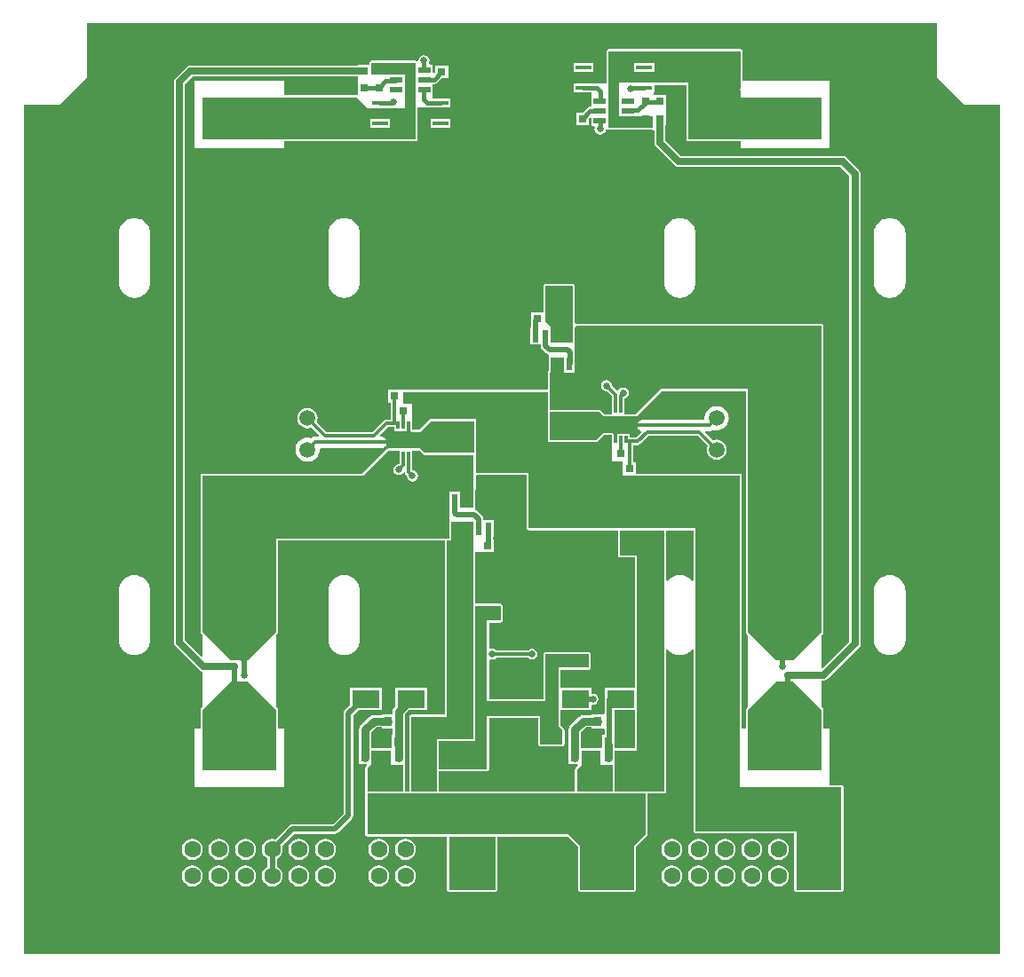
<source format=gbl>
G04*
G04 #@! TF.GenerationSoftware,Altium Limited,Altium Designer,22.1.2 (22)*
G04*
G04 Layer_Physical_Order=2*
G04 Layer_Color=16711680*
%FSAX44Y44*%
%MOMM*%
G71*
G04*
G04 #@! TF.SameCoordinates,F43461BC-9A11-44EE-9FD3-1ED57B95CCFA*
G04*
G04*
G04 #@! TF.FilePolarity,Positive*
G04*
G01*
G75*
%ADD12C,0.5000*%
%ADD16R,0.8000X0.8000*%
%ADD17R,0.8000X0.8000*%
%ADD22O,3.6000X2.9000*%
%ADD23C,1.6000*%
%ADD24C,1.5000*%
%ADD25C,0.3000*%
%ADD26C,0.4000*%
%ADD27C,0.6500*%
%ADD28R,1.4000X0.8000*%
%ADD29R,1.5000X0.4500*%
%ADD30R,1.2000X0.6000*%
%ADD31R,2.4000X1.3500*%
%ADD32R,0.3000X0.7000*%
%ADD33R,0.6000X1.2000*%
%ADD34R,1.6000X1.0000*%
%ADD35R,2.6500X1.7500*%
%ADD36R,0.8000X0.9500*%
%ADD37R,7.0000X4.0000*%
%ADD38C,0.7500*%
%ADD39C,0.6500*%
G36*
X00874902Y00843000D02*
X00875290Y00841049D01*
X00876395Y00839395D01*
X00899395Y00816395D01*
X00901049Y00815290D01*
X00903000Y00814902D01*
X00934902D01*
Y00005098D01*
X00005098D01*
Y00814902D01*
X00037000Y00814902D01*
X00038951Y00815290D01*
X00040605Y00816395D01*
X00063605Y00839395D01*
X00064710Y00841049D01*
X00065098Y00843000D01*
Y00892902D01*
X00874902D01*
Y00843000D01*
D02*
G37*
%LPC*%
G36*
X00547500Y00855000D02*
X00528500D01*
Y00846500D01*
X00547500D01*
Y00855000D01*
D02*
G37*
G36*
X00688000Y00868039D02*
X00562000D01*
X00561220Y00867884D01*
X00560558Y00867442D01*
X00560116Y00866780D01*
X00559961Y00866000D01*
Y00835000D01*
X00552338D01*
X00552311Y00835018D01*
X00550750Y00835328D01*
X00550750Y00835328D01*
X00547500D01*
Y00835500D01*
X00528500D01*
Y00827000D01*
X00545512D01*
Y00823500D01*
X00545500D01*
Y00813078D01*
X00544250D01*
X00544250Y00813078D01*
X00542689Y00812768D01*
X00541366Y00811884D01*
X00541366Y00811884D01*
X00537232Y00807750D01*
X00531000D01*
Y00795750D01*
X00543000D01*
Y00801982D01*
X00544230Y00803212D01*
X00545500Y00802686D01*
Y00794500D01*
X00547945D01*
X00548892Y00793230D01*
X00548647Y00792000D01*
X00549055Y00789952D01*
X00550215Y00788215D01*
X00551952Y00787055D01*
X00554000Y00786647D01*
X00556048Y00787055D01*
X00557785Y00788215D01*
X00558945Y00789952D01*
X00559211Y00791288D01*
X00560558Y00791558D01*
X00561220Y00791116D01*
X00562000Y00790961D01*
X00604000D01*
X00604377Y00791036D01*
X00605416Y00790421D01*
X00605647Y00790168D01*
Y00779000D01*
X00606055Y00776952D01*
X00607215Y00775215D01*
X00625215Y00757215D01*
X00626952Y00756055D01*
X00629000Y00755647D01*
X00782783D01*
X00791647Y00746783D01*
Y00303217D01*
X00766173Y00277743D01*
X00765000Y00278229D01*
Y00309000D01*
X00765816Y00309932D01*
X00766442Y00310558D01*
X00766884Y00311220D01*
X00767039Y00312000D01*
X00767039Y00604000D01*
X00766884Y00604780D01*
X00766442Y00605442D01*
X00765780Y00605884D01*
X00765000Y00606039D01*
X00531187Y00606039D01*
X00531057Y00606086D01*
X00530272Y00606698D01*
X00530055Y00607026D01*
X00530039Y00607083D01*
Y00642000D01*
X00529884Y00642780D01*
X00529442Y00643442D01*
X00528780Y00643884D01*
X00528000Y00644039D01*
X00502000D01*
X00501220Y00643884D01*
X00500558Y00643442D01*
X00500116Y00642780D01*
X00499961Y00642000D01*
Y00618183D01*
X00499750Y00617000D01*
X00487750D01*
Y00605000D01*
X00487912D01*
Y00602500D01*
X00487500D01*
Y00586500D01*
X00497000D01*
Y00586500D01*
X00497412D01*
Y00585000D01*
X00497761Y00583244D01*
X00498756Y00581756D01*
X00502756Y00577756D01*
X00504244Y00576761D01*
X00505017Y00576608D01*
X00505241Y00576123D01*
X00505418Y00575233D01*
X00505116Y00574780D01*
X00504961Y00574000D01*
Y00561211D01*
X00504558Y00560942D01*
X00504116Y00560280D01*
X00503961Y00559500D01*
Y00543039D01*
X00366000D01*
X00365220Y00542884D01*
X00365020Y00542751D01*
X00363750Y00543000D01*
Y00543000D01*
X00351750D01*
Y00531000D01*
X00354346D01*
Y00514848D01*
X00350280D01*
X00348914Y00514577D01*
X00347756Y00513803D01*
X00336522Y00502569D01*
X00293478D01*
X00283749Y00512298D01*
X00284256Y00513520D01*
X00284582Y00516000D01*
X00284256Y00518480D01*
X00283298Y00520791D01*
X00281775Y00522775D01*
X00279791Y00524298D01*
X00277480Y00525255D01*
X00275000Y00525582D01*
X00272520Y00525255D01*
X00270209Y00524298D01*
X00268225Y00522775D01*
X00266702Y00520791D01*
X00265745Y00518480D01*
X00265418Y00516000D01*
X00265745Y00513520D01*
X00266702Y00511209D01*
X00268225Y00509225D01*
X00270209Y00507702D01*
X00272520Y00506744D01*
X00275000Y00506418D01*
X00277480Y00506744D01*
X00278702Y00507251D01*
X00286130Y00499823D01*
X00285644Y00498650D01*
X00282000D01*
X00280459Y00498344D01*
X00279311Y00497868D01*
X00278155Y00497095D01*
X00277982Y00497130D01*
X00277484Y00497299D01*
X00275526Y00497557D01*
X00275261Y00497539D01*
X00275000Y00497591D01*
X00274739Y00497539D01*
X00274474Y00497557D01*
X00272516Y00497299D01*
X00272018Y00497130D01*
X00271501Y00497027D01*
X00269677Y00496271D01*
X00269239Y00495979D01*
X00268766Y00495746D01*
X00267200Y00494543D01*
X00266852Y00494147D01*
X00266456Y00493800D01*
X00265254Y00492234D01*
X00265021Y00491761D01*
X00264729Y00491323D01*
X00263973Y00489499D01*
X00263870Y00488982D01*
X00263701Y00488483D01*
X00263443Y00486525D01*
X00263478Y00486000D01*
X00263443Y00485474D01*
X00263701Y00483517D01*
X00263870Y00483018D01*
X00263973Y00482501D01*
X00264729Y00480677D01*
X00265021Y00480239D01*
X00265254Y00479766D01*
X00266456Y00478200D01*
X00266852Y00477852D01*
X00267200Y00477456D01*
X00268766Y00476254D01*
X00269239Y00476021D01*
X00269677Y00475729D01*
X00271501Y00474973D01*
X00272018Y00474870D01*
X00272516Y00474701D01*
X00274474Y00474443D01*
X00275000Y00474478D01*
X00275526Y00474443D01*
X00277484Y00474701D01*
X00277982Y00474870D01*
X00278499Y00474973D01*
X00280323Y00475729D01*
X00280761Y00476021D01*
X00281234Y00476254D01*
X00282800Y00477456D01*
X00283148Y00477852D01*
X00283544Y00478200D01*
X00284746Y00479766D01*
X00284979Y00480239D01*
X00285271Y00480677D01*
X00286027Y00482501D01*
X00286130Y00483018D01*
X00286299Y00483517D01*
X00286557Y00485474D01*
X00286522Y00486000D01*
X00286557Y00486525D01*
X00287280Y00487350D01*
X00345000D01*
X00346541Y00487656D01*
X00347689Y00488132D01*
X00348995Y00489005D01*
X00349868Y00490311D01*
X00350344Y00491459D01*
X00350650Y00493000D01*
X00350344Y00494541D01*
X00349868Y00495689D01*
X00348995Y00496995D01*
X00347689Y00497868D01*
X00346541Y00498344D01*
X00345000Y00498650D01*
X00344356D01*
X00343870Y00499823D01*
X00351758Y00507711D01*
X00358000D01*
Y00503750D01*
X00370000D01*
Y00508905D01*
X00370069Y00509250D01*
Y00512000D01*
X00372961D01*
Y00505000D01*
X00373000Y00504803D01*
Y00503750D01*
X00373430D01*
X00373558Y00503558D01*
X00374220Y00503116D01*
X00375000Y00502961D01*
X00382000D01*
X00382000Y00502961D01*
X00382780Y00503116D01*
X00383442Y00503558D01*
X00392845Y00512961D01*
X00433961D01*
Y00496000D01*
Y00484143D01*
X00433000Y00483039D01*
X00386845D01*
X00383442Y00486442D01*
X00382780Y00486884D01*
X00382000Y00487039D01*
X00375000D01*
X00374803Y00487000D01*
X00363197D01*
X00363000Y00487039D01*
X00352000D01*
X00352000Y00487039D01*
X00351220Y00486884D01*
X00350558Y00486442D01*
X00327155Y00463039D01*
X00175000D01*
X00174220Y00462884D01*
X00173558Y00462442D01*
X00173116Y00461780D01*
X00172961Y00461000D01*
X00172961Y00312000D01*
X00173116Y00311220D01*
X00173558Y00310558D01*
X00173558Y00310558D01*
X00174891Y00309225D01*
X00175000Y00308000D01*
X00175000Y00308000D01*
Y00289229D01*
X00173827Y00288743D01*
X00158353Y00304217D01*
Y00834783D01*
X00165467Y00841897D01*
X00323000D01*
Y00835000D01*
X00323000D01*
Y00825701D01*
X00323000Y00825135D01*
X00322330Y00824377D01*
Y00824377D01*
X00322330Y00824377D01*
X00322330D01*
X00321109Y00824039D01*
X00253000D01*
Y00838000D01*
X00167000D01*
Y00822000D01*
Y00782000D01*
Y00774000D01*
X00253000D01*
Y00779961D01*
X00378000Y00779961D01*
X00378780Y00780116D01*
X00379442Y00780558D01*
X00379884Y00781220D01*
X00380039Y00782000D01*
Y00812493D01*
X00394478D01*
Y00812500D01*
X00411500D01*
Y00821000D01*
X00394478D01*
Y00824500D01*
X00394500D01*
Y00834922D01*
X00395750D01*
X00395750Y00834922D01*
X00397311Y00835232D01*
X00398634Y00836116D01*
X00402768Y00840250D01*
X00409000D01*
Y00852250D01*
X00397000D01*
Y00846018D01*
X00395673Y00844691D01*
X00394500Y00845177D01*
Y00853500D01*
X00391503D01*
X00390824Y00854770D01*
X00390945Y00854952D01*
X00391353Y00857000D01*
X00390945Y00859048D01*
X00389785Y00860785D01*
X00388048Y00861945D01*
X00386000Y00862353D01*
X00383952Y00861945D01*
X00382215Y00860785D01*
X00381055Y00859048D01*
X00380647Y00857000D01*
X00380669Y00856892D01*
X00379472Y00856396D01*
X00379442Y00856442D01*
X00378780Y00856884D01*
X00378000Y00857039D01*
X00336000D01*
X00335220Y00856884D01*
X00334558Y00856442D01*
X00334116Y00855780D01*
X00333961Y00855000D01*
Y00853250D01*
X00323000D01*
Y00852603D01*
X00163250D01*
X00161201Y00852195D01*
X00159465Y00851035D01*
X00149215Y00840785D01*
X00148055Y00839048D01*
X00147647Y00837000D01*
Y00302000D01*
X00148055Y00299952D01*
X00149215Y00298215D01*
X00172215Y00275215D01*
X00173952Y00274055D01*
X00175000Y00273846D01*
Y00240884D01*
X00173558Y00239442D01*
X00173116Y00238780D01*
X00172961Y00238000D01*
Y00220000D01*
X00167000D01*
Y00180000D01*
Y00164000D01*
X00253000D01*
Y00180000D01*
Y00220000D01*
X00247039D01*
Y00238000D01*
X00247039Y00238000D01*
X00246884Y00238780D01*
X00246442Y00239442D01*
X00246442Y00239442D01*
X00245000Y00240884D01*
Y00274000D01*
Y00308000D01*
X00245000Y00308000D01*
X00245109Y00309225D01*
X00246442Y00310558D01*
X00246884Y00311220D01*
X00247039Y00312000D01*
Y00398961D01*
X00405961D01*
Y00233039D01*
X00374000D01*
X00373220Y00232884D01*
X00372558Y00232442D01*
X00372116Y00231780D01*
X00371961Y00231000D01*
Y00197000D01*
Y00160039D01*
X00368039D01*
Y00184755D01*
X00368039Y00185000D01*
X00368039Y00185000D01*
X00367884Y00185780D01*
X00367760Y00185966D01*
X00367760Y00185966D01*
X00367750Y00187148D01*
Y00198000D01*
X00367667D01*
Y00206695D01*
X00367607Y00207000D01*
X00367667Y00207304D01*
Y00233876D01*
X00371041Y00237250D01*
X00388750D01*
Y00258750D01*
X00358250D01*
Y00241041D01*
X00357659Y00240450D01*
X00356388Y00238548D01*
X00355942Y00236305D01*
Y00233750D01*
X00346000D01*
Y00232863D01*
X00338000D01*
X00335756Y00232416D01*
X00333854Y00231145D01*
X00325605Y00222896D01*
X00324334Y00220994D01*
X00323887Y00218750D01*
Y00198000D01*
X00323750D01*
Y00186000D01*
X00331457D01*
X00331943Y00184827D01*
X00330558Y00183442D01*
X00330558Y00183442D01*
X00330116Y00182780D01*
X00329961Y00182000D01*
X00329961Y00161309D01*
X00329961Y00160039D01*
X00330116Y00159259D01*
X00330276Y00159020D01*
X00330116Y00158780D01*
X00329961Y00158000D01*
Y00119000D01*
X00330116Y00118220D01*
X00330558Y00117558D01*
X00331220Y00117116D01*
X00332000Y00116961D01*
X00407961D01*
Y00066000D01*
X00408116Y00065220D01*
X00408558Y00064558D01*
X00409220Y00064116D01*
X00410000Y00063961D01*
X00454000D01*
X00454780Y00064116D01*
X00455442Y00064558D01*
X00455884Y00065220D01*
X00456039Y00066000D01*
Y00116961D01*
X00523155D01*
X00532961Y00107155D01*
Y00066000D01*
X00533116Y00065220D01*
X00533558Y00064558D01*
X00534220Y00064116D01*
X00535000Y00063961D01*
X00586000D01*
X00586780Y00064116D01*
X00587442Y00064558D01*
X00587884Y00065220D01*
X00588039Y00066000D01*
Y00107155D01*
X00598442Y00117558D01*
X00598884Y00118220D01*
X00599039Y00119000D01*
Y00157961D01*
X00615000D01*
X00615780Y00158116D01*
X00616442Y00158558D01*
X00616884Y00159220D01*
X00617039Y00160000D01*
Y00294996D01*
X00618309Y00295381D01*
X00618393Y00295255D01*
X00620255Y00293393D01*
X00620809Y00293023D01*
X00621311Y00292583D01*
X00623591Y00291267D01*
X00624223Y00291052D01*
X00624821Y00290757D01*
X00627364Y00290076D01*
X00628029Y00290032D01*
X00628684Y00289902D01*
X00631316D01*
X00631970Y00290032D01*
X00632636Y00290076D01*
X00635179Y00290757D01*
X00635777Y00291052D01*
X00636409Y00291267D01*
X00638689Y00292583D01*
X00639190Y00293023D01*
X00639745Y00293393D01*
X00641607Y00295255D01*
X00641691Y00295381D01*
X00642961Y00294996D01*
X00642961Y00122000D01*
X00643116Y00121220D01*
X00643558Y00120558D01*
X00644220Y00120116D01*
X00645000Y00119961D01*
X00738961Y00119961D01*
Y00066000D01*
X00739116Y00065220D01*
X00739558Y00064558D01*
X00740220Y00064116D01*
X00741000Y00063961D01*
X00784000D01*
X00784780Y00064116D01*
X00785442Y00064558D01*
X00785884Y00065220D01*
X00786039Y00066000D01*
Y00164000D01*
X00785884Y00164780D01*
X00785442Y00165442D01*
X00784780Y00165884D01*
X00784000Y00166039D01*
X00773000D01*
Y00180000D01*
Y00220000D01*
X00767039D01*
Y00238000D01*
X00767039Y00238000D01*
X00766884Y00238780D01*
X00766442Y00239442D01*
X00766442Y00239442D01*
X00765816Y00240068D01*
X00765000Y00241000D01*
Y00265647D01*
X00767000D01*
X00769048Y00266055D01*
X00770785Y00267215D01*
X00800785Y00297215D01*
X00801945Y00298951D01*
X00802353Y00301000D01*
Y00749000D01*
X00801945Y00751048D01*
X00800785Y00752785D01*
X00788785Y00764785D01*
X00787048Y00765945D01*
X00785000Y00766353D01*
X00631217D01*
X00616353Y00781217D01*
Y00795750D01*
X00617000D01*
Y00807750D01*
X00617000D01*
Y00812250D01*
X00617000D01*
Y00824250D01*
X00605000D01*
X00605000Y00825520D01*
Y00827000D01*
X00605500D01*
Y00833961D01*
X00635961D01*
Y00782000D01*
X00636116Y00781220D01*
X00636558Y00780558D01*
X00637220Y00780116D01*
X00638000Y00779961D01*
X00688000D01*
Y00774000D01*
X00773000D01*
Y00782000D01*
Y00822000D01*
Y00838000D01*
X00690039D01*
Y00866000D01*
X00689884Y00866780D01*
X00689442Y00867442D01*
X00688780Y00867884D01*
X00688000Y00868039D01*
D02*
G37*
G36*
X00411500Y00801500D02*
X00392500D01*
Y00793000D01*
X00411500D01*
Y00801500D01*
D02*
G37*
G36*
X00831317Y00707098D02*
X00828683D01*
X00828029Y00706968D01*
X00827364Y00706924D01*
X00824821Y00706243D01*
X00824222Y00705948D01*
X00823591Y00705733D01*
X00821311Y00704417D01*
X00820809Y00703977D01*
X00820255Y00703607D01*
X00818393Y00701745D01*
X00818023Y00701190D01*
X00817583Y00700689D01*
X00816266Y00698409D01*
X00816052Y00697777D01*
X00815757Y00697179D01*
X00815076Y00694636D01*
X00815032Y00693971D01*
X00814902Y00693316D01*
Y00692000D01*
Y00646000D01*
Y00644684D01*
X00815032Y00644029D01*
X00815076Y00643364D01*
X00815757Y00640821D01*
X00816052Y00640223D01*
X00816266Y00639591D01*
X00817583Y00637311D01*
X00818023Y00636810D01*
X00818393Y00636255D01*
X00820255Y00634393D01*
X00820809Y00634023D01*
X00821311Y00633583D01*
X00823591Y00632267D01*
X00824223Y00632052D01*
X00824821Y00631757D01*
X00827364Y00631076D01*
X00828029Y00631032D01*
X00828683Y00630902D01*
X00831317D01*
X00831971Y00631032D01*
X00832636Y00631076D01*
X00835179Y00631757D01*
X00835777Y00632052D01*
X00836409Y00632267D01*
X00838689Y00633583D01*
X00839190Y00634023D01*
X00839745Y00634393D01*
X00841607Y00636255D01*
X00841977Y00636810D01*
X00842417Y00637311D01*
X00843734Y00639591D01*
X00843948Y00640223D01*
X00844243Y00640821D01*
X00844924Y00643364D01*
X00844968Y00644029D01*
X00845098Y00644684D01*
Y00646000D01*
Y00692000D01*
Y00693316D01*
X00844968Y00693971D01*
X00844924Y00694636D01*
X00844243Y00697179D01*
X00843948Y00697777D01*
X00843734Y00698409D01*
X00842417Y00700689D01*
X00841977Y00701190D01*
X00841607Y00701745D01*
X00839745Y00703607D01*
X00839191Y00703977D01*
X00838689Y00704417D01*
X00836409Y00705733D01*
X00835777Y00705948D01*
X00835179Y00706243D01*
X00832636Y00706924D01*
X00831971Y00706968D01*
X00831317Y00707098D01*
D02*
G37*
G36*
X00631316Y00707098D02*
X00628684D01*
X00628029Y00706968D01*
X00627364Y00706924D01*
X00624821Y00706243D01*
X00624223Y00705948D01*
X00623591Y00705733D01*
X00621311Y00704417D01*
X00620809Y00703977D01*
X00620255Y00703607D01*
X00618393Y00701745D01*
X00618023Y00701191D01*
X00617583Y00700689D01*
X00616267Y00698409D01*
X00616052Y00697777D01*
X00615757Y00697179D01*
X00615076Y00694636D01*
X00615032Y00693971D01*
X00614902Y00693316D01*
Y00692000D01*
Y00646000D01*
Y00644684D01*
X00615032Y00644029D01*
X00615076Y00643364D01*
X00615757Y00640821D01*
X00616052Y00640223D01*
X00616267Y00639591D01*
X00617583Y00637311D01*
X00618023Y00636810D01*
X00618393Y00636255D01*
X00620255Y00634393D01*
X00620810Y00634023D01*
X00621311Y00633583D01*
X00623591Y00632267D01*
X00624223Y00632052D01*
X00624821Y00631757D01*
X00627364Y00631076D01*
X00628030Y00631032D01*
X00628684Y00630902D01*
X00631316D01*
X00631970Y00631032D01*
X00632636Y00631076D01*
X00635179Y00631757D01*
X00635777Y00632052D01*
X00636409Y00632267D01*
X00638689Y00633583D01*
X00639190Y00634023D01*
X00639745Y00634393D01*
X00641607Y00636255D01*
X00641977Y00636810D01*
X00642417Y00637311D01*
X00643734Y00639591D01*
X00643948Y00640223D01*
X00644243Y00640821D01*
X00644924Y00643364D01*
X00644968Y00644029D01*
X00645098Y00644684D01*
Y00646000D01*
X00645098Y00692000D01*
Y00693316D01*
X00644968Y00693971D01*
X00644924Y00694636D01*
X00644243Y00697179D01*
X00643948Y00697777D01*
X00643733Y00698409D01*
X00642417Y00700689D01*
X00641977Y00701191D01*
X00641607Y00701745D01*
X00639745Y00703607D01*
X00639190Y00703977D01*
X00638689Y00704417D01*
X00636409Y00705733D01*
X00635777Y00705948D01*
X00635179Y00706243D01*
X00632636Y00706924D01*
X00631970Y00706968D01*
X00631316Y00707098D01*
D02*
G37*
G36*
X00311317Y00707098D02*
X00308683D01*
X00308029Y00706968D01*
X00307364Y00706924D01*
X00304821Y00706243D01*
X00304223Y00705948D01*
X00303591Y00705733D01*
X00301311Y00704417D01*
X00300809Y00703977D01*
X00300255Y00703607D01*
X00298393Y00701745D01*
X00298023Y00701190D01*
X00297583Y00700689D01*
X00296266Y00698409D01*
X00296052Y00697777D01*
X00295757Y00697179D01*
X00295076Y00694636D01*
X00295032Y00693971D01*
X00294902Y00693316D01*
Y00692000D01*
Y00646000D01*
Y00644684D01*
X00295032Y00644029D01*
X00295076Y00643364D01*
X00295757Y00640821D01*
X00296052Y00640223D01*
X00296266Y00639591D01*
X00297583Y00637311D01*
X00298023Y00636810D01*
X00298393Y00636255D01*
X00300255Y00634393D01*
X00300809Y00634023D01*
X00301311Y00633583D01*
X00303591Y00632267D01*
X00304223Y00632052D01*
X00304821Y00631757D01*
X00307364Y00631076D01*
X00308029Y00631032D01*
X00308683Y00630902D01*
X00311317D01*
X00311971Y00631032D01*
X00312636Y00631076D01*
X00315179Y00631757D01*
X00315777Y00632052D01*
X00316409Y00632267D01*
X00318689Y00633583D01*
X00319190Y00634023D01*
X00319745Y00634393D01*
X00321607Y00636255D01*
X00321977Y00636810D01*
X00322417Y00637311D01*
X00323733Y00639591D01*
X00323948Y00640223D01*
X00324243Y00640821D01*
X00324924Y00643364D01*
X00324968Y00644029D01*
X00325098Y00644684D01*
Y00646000D01*
Y00692000D01*
Y00693316D01*
X00324968Y00693971D01*
X00324924Y00694636D01*
X00324243Y00697179D01*
X00323948Y00697777D01*
X00323733Y00698409D01*
X00322417Y00700689D01*
X00321977Y00701190D01*
X00321607Y00701745D01*
X00319745Y00703607D01*
X00319191Y00703977D01*
X00318689Y00704417D01*
X00316409Y00705733D01*
X00315777Y00705948D01*
X00315179Y00706243D01*
X00312636Y00706924D01*
X00311971Y00706968D01*
X00311317Y00707098D01*
D02*
G37*
G36*
X00111316Y00707098D02*
X00108684D01*
X00108029Y00706968D01*
X00107364Y00706924D01*
X00104821Y00706243D01*
X00104223Y00705948D01*
X00103591Y00705733D01*
X00101311Y00704417D01*
X00100809Y00703977D01*
X00100255Y00703607D01*
X00098393Y00701745D01*
X00098023Y00701191D01*
X00097583Y00700689D01*
X00096266Y00698409D01*
X00096052Y00697777D01*
X00095757Y00697179D01*
X00095076Y00694636D01*
X00095032Y00693971D01*
X00094902Y00693316D01*
Y00692000D01*
Y00646000D01*
Y00644684D01*
X00095032Y00644029D01*
X00095076Y00643364D01*
X00095757Y00640821D01*
X00096052Y00640223D01*
X00096266Y00639591D01*
X00097583Y00637311D01*
X00098023Y00636810D01*
X00098393Y00636255D01*
X00100255Y00634393D01*
X00100809Y00634023D01*
X00101311Y00633583D01*
X00103591Y00632267D01*
X00104223Y00632052D01*
X00104821Y00631757D01*
X00107364Y00631076D01*
X00108029Y00631032D01*
X00108684Y00630902D01*
X00111316D01*
X00111971Y00631032D01*
X00112636Y00631076D01*
X00115179Y00631757D01*
X00115777Y00632052D01*
X00116409Y00632267D01*
X00118689Y00633583D01*
X00119191Y00634023D01*
X00119745Y00634393D01*
X00121607Y00636255D01*
X00121977Y00636810D01*
X00122417Y00637311D01*
X00123734Y00639591D01*
X00123948Y00640223D01*
X00124243Y00640821D01*
X00124924Y00643364D01*
X00124968Y00644029D01*
X00125098Y00644684D01*
Y00646000D01*
X00125098Y00692000D01*
Y00693316D01*
X00124968Y00693971D01*
X00124924Y00694636D01*
X00124243Y00697179D01*
X00123948Y00697777D01*
X00123733Y00698409D01*
X00122417Y00700689D01*
X00121977Y00701191D01*
X00121607Y00701745D01*
X00119745Y00703607D01*
X00119191Y00703977D01*
X00118689Y00704417D01*
X00116409Y00705733D01*
X00115777Y00705948D01*
X00115179Y00706243D01*
X00112636Y00706924D01*
X00111971Y00706968D01*
X00111316Y00707098D01*
D02*
G37*
G36*
X00831317Y00366098D02*
X00828683D01*
X00828029Y00365968D01*
X00827364Y00365924D01*
X00824821Y00365243D01*
X00824222Y00364948D01*
X00823591Y00364734D01*
X00821311Y00363417D01*
X00820809Y00362977D01*
X00820255Y00362607D01*
X00818393Y00360745D01*
X00818023Y00360191D01*
X00817583Y00359689D01*
X00816266Y00357409D01*
X00816052Y00356777D01*
X00815757Y00356179D01*
X00815076Y00353636D01*
X00815032Y00352971D01*
X00814902Y00352317D01*
Y00351000D01*
X00814902Y00305000D01*
Y00303683D01*
X00815032Y00303029D01*
X00815076Y00302364D01*
X00815757Y00299821D01*
X00816052Y00299223D01*
X00816266Y00298591D01*
X00817583Y00296311D01*
X00818023Y00295809D01*
X00818393Y00295255D01*
X00820255Y00293393D01*
X00820809Y00293023D01*
X00821311Y00292583D01*
X00823591Y00291266D01*
X00824223Y00291052D01*
X00824821Y00290757D01*
X00827364Y00290076D01*
X00828029Y00290032D01*
X00828683Y00289902D01*
X00831317D01*
X00831971Y00290032D01*
X00832636Y00290076D01*
X00835179Y00290757D01*
X00835777Y00291052D01*
X00836409Y00291266D01*
X00838689Y00292583D01*
X00839190Y00293023D01*
X00839745Y00293393D01*
X00841607Y00295255D01*
X00841977Y00295809D01*
X00842417Y00296311D01*
X00843734Y00298591D01*
X00843948Y00299223D01*
X00844243Y00299821D01*
X00844924Y00302364D01*
X00844968Y00303029D01*
X00845098Y00303683D01*
Y00305000D01*
X00845098Y00351000D01*
Y00352317D01*
X00844968Y00352971D01*
X00844924Y00353636D01*
X00844243Y00356179D01*
X00843948Y00356777D01*
X00843733Y00357409D01*
X00842417Y00359689D01*
X00841977Y00360191D01*
X00841607Y00360745D01*
X00839745Y00362607D01*
X00839190Y00362977D01*
X00838689Y00363417D01*
X00836409Y00364734D01*
X00835777Y00364948D01*
X00835179Y00365243D01*
X00832636Y00365924D01*
X00831971Y00365968D01*
X00831317Y00366098D01*
D02*
G37*
G36*
X00311317Y00366098D02*
X00308683D01*
X00308029Y00365968D01*
X00307364Y00365924D01*
X00304821Y00365243D01*
X00304223Y00364948D01*
X00303591Y00364734D01*
X00301311Y00363417D01*
X00300809Y00362977D01*
X00300255Y00362607D01*
X00298393Y00360745D01*
X00298023Y00360191D01*
X00297583Y00359689D01*
X00296266Y00357409D01*
X00296052Y00356777D01*
X00295757Y00356179D01*
X00295076Y00353636D01*
X00295032Y00352971D01*
X00294902Y00352317D01*
Y00351000D01*
X00294902Y00305000D01*
Y00303683D01*
X00295032Y00303029D01*
X00295076Y00302364D01*
X00295757Y00299821D01*
X00296052Y00299223D01*
X00296266Y00298591D01*
X00297583Y00296311D01*
X00298023Y00295809D01*
X00298393Y00295255D01*
X00300255Y00293393D01*
X00300809Y00293023D01*
X00301311Y00292583D01*
X00303591Y00291266D01*
X00304223Y00291052D01*
X00304821Y00290757D01*
X00307364Y00290076D01*
X00308029Y00290032D01*
X00308683Y00289902D01*
X00311317D01*
X00311971Y00290032D01*
X00312636Y00290076D01*
X00315179Y00290757D01*
X00315777Y00291052D01*
X00316409Y00291266D01*
X00318689Y00292583D01*
X00319190Y00293023D01*
X00319745Y00293393D01*
X00321607Y00295255D01*
X00321977Y00295809D01*
X00322417Y00296311D01*
X00323733Y00298591D01*
X00323948Y00299223D01*
X00324243Y00299821D01*
X00324924Y00302364D01*
X00324968Y00303029D01*
X00325098Y00303683D01*
Y00305000D01*
X00325098Y00351000D01*
Y00352317D01*
X00324968Y00352971D01*
X00324924Y00353636D01*
X00324243Y00356179D01*
X00323948Y00356777D01*
X00323733Y00357409D01*
X00322417Y00359689D01*
X00321977Y00360191D01*
X00321607Y00360745D01*
X00319745Y00362607D01*
X00319191Y00362977D01*
X00318689Y00363417D01*
X00316409Y00364734D01*
X00315777Y00364948D01*
X00315179Y00365243D01*
X00312636Y00365924D01*
X00311971Y00365968D01*
X00311317Y00366098D01*
D02*
G37*
G36*
X00111316D02*
X00108684D01*
X00108029Y00365968D01*
X00107364Y00365924D01*
X00104821Y00365243D01*
X00104223Y00364948D01*
X00103591Y00364734D01*
X00101311Y00363417D01*
X00100809Y00362977D01*
X00100255Y00362607D01*
X00098393Y00360745D01*
X00098023Y00360191D01*
X00097583Y00359689D01*
X00096266Y00357409D01*
X00096052Y00356777D01*
X00095757Y00356179D01*
X00095076Y00353636D01*
X00095032Y00352971D01*
X00094902Y00352317D01*
Y00351000D01*
Y00305000D01*
Y00303683D01*
X00095032Y00303029D01*
X00095076Y00302364D01*
X00095757Y00299821D01*
X00096052Y00299223D01*
X00096266Y00298591D01*
X00097583Y00296311D01*
X00098023Y00295809D01*
X00098393Y00295255D01*
X00100255Y00293393D01*
X00100809Y00293023D01*
X00101311Y00292583D01*
X00103591Y00291266D01*
X00104223Y00291052D01*
X00104821Y00290757D01*
X00107364Y00290076D01*
X00108029Y00290032D01*
X00108684Y00289902D01*
X00111316D01*
X00111971Y00290032D01*
X00112636Y00290076D01*
X00115179Y00290757D01*
X00115777Y00291052D01*
X00116409Y00291266D01*
X00118689Y00292583D01*
X00119191Y00293023D01*
X00119745Y00293393D01*
X00121607Y00295255D01*
X00121977Y00295809D01*
X00122417Y00296311D01*
X00123734Y00298591D01*
X00123948Y00299223D01*
X00124243Y00299821D01*
X00124924Y00302364D01*
X00124968Y00303029D01*
X00125098Y00303683D01*
Y00305000D01*
X00125098Y00351000D01*
Y00352317D01*
X00124968Y00352971D01*
X00124924Y00353636D01*
X00124243Y00356179D01*
X00123948Y00356777D01*
X00123733Y00357409D01*
X00122417Y00359689D01*
X00121977Y00360191D01*
X00121607Y00360745D01*
X00119745Y00362607D01*
X00119191Y00362977D01*
X00118689Y00363417D01*
X00116409Y00364734D01*
X00115777Y00364948D01*
X00115179Y00365243D01*
X00112636Y00365924D01*
X00111971Y00365968D01*
X00111316Y00366098D01*
D02*
G37*
G36*
X00345750Y00258750D02*
X00315250D01*
Y00241739D01*
X00310756Y00237244D01*
X00309761Y00235756D01*
X00309412Y00234000D01*
Y00138900D01*
X00299100Y00128588D01*
X00260700D01*
X00258944Y00128239D01*
X00257456Y00127244D01*
X00244466Y00114254D01*
X00244011Y00114443D01*
X00241400Y00114786D01*
X00238790Y00114443D01*
X00236357Y00113435D01*
X00234268Y00111832D01*
X00232665Y00109743D01*
X00231657Y00107310D01*
X00231314Y00104700D01*
X00231657Y00102090D01*
X00232665Y00099657D01*
X00234268Y00097568D01*
X00236357Y00095965D01*
X00236812Y00095777D01*
Y00088223D01*
X00236357Y00088035D01*
X00234268Y00086432D01*
X00232665Y00084343D01*
X00231657Y00081910D01*
X00231314Y00079300D01*
X00231657Y00076690D01*
X00232665Y00074257D01*
X00234268Y00072168D01*
X00236357Y00070565D01*
X00238790Y00069557D01*
X00241400Y00069214D01*
X00244011Y00069557D01*
X00246443Y00070565D01*
X00248532Y00072168D01*
X00250135Y00074257D01*
X00251143Y00076690D01*
X00251486Y00079300D01*
X00251143Y00081910D01*
X00250135Y00084343D01*
X00248532Y00086432D01*
X00246443Y00088035D01*
X00245988Y00088223D01*
Y00095777D01*
X00246443Y00095965D01*
X00248532Y00097568D01*
X00250135Y00099657D01*
X00251143Y00102090D01*
X00251486Y00104700D01*
X00251143Y00107310D01*
X00250954Y00107766D01*
X00262600Y00119412D01*
X00301000D01*
X00302756Y00119761D01*
X00304244Y00120756D01*
X00317244Y00133756D01*
X00318239Y00135244D01*
X00318588Y00137000D01*
Y00232099D01*
X00323739Y00237250D01*
X00345750D01*
Y00258750D01*
D02*
G37*
G36*
X00724000Y00114786D02*
X00721389Y00114443D01*
X00718957Y00113435D01*
X00716868Y00111832D01*
X00715265Y00109743D01*
X00714257Y00107310D01*
X00713914Y00104700D01*
X00714257Y00102090D01*
X00715265Y00099657D01*
X00716868Y00097568D01*
X00718957Y00095965D01*
X00721389Y00094957D01*
X00724000Y00094614D01*
X00726610Y00094957D01*
X00729043Y00095965D01*
X00731132Y00097568D01*
X00732735Y00099657D01*
X00733743Y00102090D01*
X00734086Y00104700D01*
X00733743Y00107310D01*
X00732735Y00109743D01*
X00731132Y00111832D01*
X00729043Y00113435D01*
X00726610Y00114443D01*
X00724000Y00114786D01*
D02*
G37*
G36*
X00698600D02*
X00695990Y00114443D01*
X00693557Y00113435D01*
X00691468Y00111832D01*
X00689865Y00109743D01*
X00688857Y00107310D01*
X00688514Y00104700D01*
X00688857Y00102090D01*
X00689865Y00099657D01*
X00691468Y00097568D01*
X00693557Y00095965D01*
X00695990Y00094957D01*
X00698600Y00094614D01*
X00701210Y00094957D01*
X00703643Y00095965D01*
X00705732Y00097568D01*
X00707335Y00099657D01*
X00708343Y00102090D01*
X00708686Y00104700D01*
X00708343Y00107310D01*
X00707335Y00109743D01*
X00705732Y00111832D01*
X00703643Y00113435D01*
X00701210Y00114443D01*
X00698600Y00114786D01*
D02*
G37*
G36*
X00673200D02*
X00670590Y00114443D01*
X00668157Y00113435D01*
X00666068Y00111832D01*
X00664465Y00109743D01*
X00663457Y00107310D01*
X00663114Y00104700D01*
X00663457Y00102090D01*
X00664465Y00099657D01*
X00666068Y00097568D01*
X00668157Y00095965D01*
X00670590Y00094957D01*
X00673200Y00094614D01*
X00675810Y00094957D01*
X00678243Y00095965D01*
X00680332Y00097568D01*
X00681935Y00099657D01*
X00682943Y00102090D01*
X00683286Y00104700D01*
X00682943Y00107310D01*
X00681935Y00109743D01*
X00680332Y00111832D01*
X00678243Y00113435D01*
X00675810Y00114443D01*
X00673200Y00114786D01*
D02*
G37*
G36*
X00647800D02*
X00645190Y00114443D01*
X00642757Y00113435D01*
X00640668Y00111832D01*
X00639065Y00109743D01*
X00638057Y00107310D01*
X00637714Y00104700D01*
X00638057Y00102090D01*
X00639065Y00099657D01*
X00640668Y00097568D01*
X00642757Y00095965D01*
X00645190Y00094957D01*
X00647800Y00094614D01*
X00650411Y00094957D01*
X00652843Y00095965D01*
X00654932Y00097568D01*
X00656535Y00099657D01*
X00657543Y00102090D01*
X00657886Y00104700D01*
X00657543Y00107310D01*
X00656535Y00109743D01*
X00654932Y00111832D01*
X00652843Y00113435D01*
X00650411Y00114443D01*
X00647800Y00114786D01*
D02*
G37*
G36*
X00622400D02*
X00619790Y00114443D01*
X00617357Y00113435D01*
X00615268Y00111832D01*
X00613665Y00109743D01*
X00612657Y00107310D01*
X00612314Y00104700D01*
X00612657Y00102090D01*
X00613665Y00099657D01*
X00615268Y00097568D01*
X00617357Y00095965D01*
X00619790Y00094957D01*
X00622400Y00094614D01*
X00625010Y00094957D01*
X00627443Y00095965D01*
X00629532Y00097568D01*
X00631135Y00099657D01*
X00632143Y00102090D01*
X00632486Y00104700D01*
X00632143Y00107310D01*
X00631135Y00109743D01*
X00629532Y00111832D01*
X00627443Y00113435D01*
X00625010Y00114443D01*
X00622400Y00114786D01*
D02*
G37*
G36*
X00368400D02*
X00365789Y00114443D01*
X00363357Y00113435D01*
X00361268Y00111832D01*
X00359665Y00109743D01*
X00358657Y00107310D01*
X00358314Y00104700D01*
X00358657Y00102090D01*
X00359665Y00099657D01*
X00361268Y00097568D01*
X00363357Y00095965D01*
X00365789Y00094957D01*
X00368400Y00094614D01*
X00371011Y00094957D01*
X00373443Y00095965D01*
X00375532Y00097568D01*
X00377135Y00099657D01*
X00378143Y00102090D01*
X00378486Y00104700D01*
X00378143Y00107310D01*
X00377135Y00109743D01*
X00375532Y00111832D01*
X00373443Y00113435D01*
X00371011Y00114443D01*
X00368400Y00114786D01*
D02*
G37*
G36*
X00343000D02*
X00340390Y00114443D01*
X00337957Y00113435D01*
X00335868Y00111832D01*
X00334265Y00109743D01*
X00333257Y00107310D01*
X00332914Y00104700D01*
X00333257Y00102090D01*
X00334265Y00099657D01*
X00335868Y00097568D01*
X00337957Y00095965D01*
X00340390Y00094957D01*
X00343000Y00094614D01*
X00345611Y00094957D01*
X00348043Y00095965D01*
X00350132Y00097568D01*
X00351735Y00099657D01*
X00352743Y00102090D01*
X00353086Y00104700D01*
X00352743Y00107310D01*
X00351735Y00109743D01*
X00350132Y00111832D01*
X00348043Y00113435D01*
X00345611Y00114443D01*
X00343000Y00114786D01*
D02*
G37*
G36*
X00292200D02*
X00289590Y00114443D01*
X00287157Y00113435D01*
X00285068Y00111832D01*
X00283465Y00109743D01*
X00282457Y00107310D01*
X00282114Y00104700D01*
X00282457Y00102090D01*
X00283465Y00099657D01*
X00285068Y00097568D01*
X00287157Y00095965D01*
X00289590Y00094957D01*
X00292200Y00094614D01*
X00294811Y00094957D01*
X00297243Y00095965D01*
X00299332Y00097568D01*
X00300935Y00099657D01*
X00301943Y00102090D01*
X00302286Y00104700D01*
X00301943Y00107310D01*
X00300935Y00109743D01*
X00299332Y00111832D01*
X00297243Y00113435D01*
X00294811Y00114443D01*
X00292200Y00114786D01*
D02*
G37*
G36*
X00266800D02*
X00264189Y00114443D01*
X00261757Y00113435D01*
X00259668Y00111832D01*
X00258065Y00109743D01*
X00257057Y00107310D01*
X00256714Y00104700D01*
X00257057Y00102090D01*
X00258065Y00099657D01*
X00259668Y00097568D01*
X00261757Y00095965D01*
X00264189Y00094957D01*
X00266800Y00094614D01*
X00269410Y00094957D01*
X00271843Y00095965D01*
X00273932Y00097568D01*
X00275535Y00099657D01*
X00276543Y00102090D01*
X00276886Y00104700D01*
X00276543Y00107310D01*
X00275535Y00109743D01*
X00273932Y00111832D01*
X00271843Y00113435D01*
X00269410Y00114443D01*
X00266800Y00114786D01*
D02*
G37*
G36*
X00216000D02*
X00213389Y00114443D01*
X00210957Y00113435D01*
X00208868Y00111832D01*
X00207265Y00109743D01*
X00206257Y00107310D01*
X00205914Y00104700D01*
X00206257Y00102090D01*
X00207265Y00099657D01*
X00208868Y00097568D01*
X00210957Y00095965D01*
X00213389Y00094957D01*
X00216000Y00094614D01*
X00218610Y00094957D01*
X00221043Y00095965D01*
X00223132Y00097568D01*
X00224735Y00099657D01*
X00225743Y00102090D01*
X00226086Y00104700D01*
X00225743Y00107310D01*
X00224735Y00109743D01*
X00223132Y00111832D01*
X00221043Y00113435D01*
X00218610Y00114443D01*
X00216000Y00114786D01*
D02*
G37*
G36*
X00190600D02*
X00187990Y00114443D01*
X00185557Y00113435D01*
X00183468Y00111832D01*
X00181865Y00109743D01*
X00180857Y00107310D01*
X00180514Y00104700D01*
X00180857Y00102090D01*
X00181865Y00099657D01*
X00183468Y00097568D01*
X00185557Y00095965D01*
X00187990Y00094957D01*
X00190600Y00094614D01*
X00193211Y00094957D01*
X00195643Y00095965D01*
X00197732Y00097568D01*
X00199335Y00099657D01*
X00200343Y00102090D01*
X00200686Y00104700D01*
X00200343Y00107310D01*
X00199335Y00109743D01*
X00197732Y00111832D01*
X00195643Y00113435D01*
X00193211Y00114443D01*
X00190600Y00114786D01*
D02*
G37*
G36*
X00165200D02*
X00162589Y00114443D01*
X00160157Y00113435D01*
X00158068Y00111832D01*
X00156465Y00109743D01*
X00155457Y00107310D01*
X00155114Y00104700D01*
X00155457Y00102090D01*
X00156465Y00099657D01*
X00158068Y00097568D01*
X00160157Y00095965D01*
X00162589Y00094957D01*
X00165200Y00094614D01*
X00167810Y00094957D01*
X00170243Y00095965D01*
X00172332Y00097568D01*
X00173935Y00099657D01*
X00174943Y00102090D01*
X00175286Y00104700D01*
X00174943Y00107310D01*
X00173935Y00109743D01*
X00172332Y00111832D01*
X00170243Y00113435D01*
X00167810Y00114443D01*
X00165200Y00114786D01*
D02*
G37*
G36*
X00724000Y00089386D02*
X00721389Y00089043D01*
X00718957Y00088035D01*
X00716868Y00086432D01*
X00715265Y00084343D01*
X00714257Y00081910D01*
X00713914Y00079300D01*
X00714257Y00076690D01*
X00715265Y00074257D01*
X00716868Y00072168D01*
X00718957Y00070565D01*
X00721389Y00069557D01*
X00724000Y00069214D01*
X00726610Y00069557D01*
X00729043Y00070565D01*
X00731132Y00072168D01*
X00732735Y00074257D01*
X00733743Y00076690D01*
X00734086Y00079300D01*
X00733743Y00081910D01*
X00732735Y00084343D01*
X00731132Y00086432D01*
X00729043Y00088035D01*
X00726610Y00089043D01*
X00724000Y00089386D01*
D02*
G37*
G36*
X00698600D02*
X00695990Y00089043D01*
X00693557Y00088035D01*
X00691468Y00086432D01*
X00689865Y00084343D01*
X00688857Y00081910D01*
X00688514Y00079300D01*
X00688857Y00076690D01*
X00689865Y00074257D01*
X00691468Y00072168D01*
X00693557Y00070565D01*
X00695990Y00069557D01*
X00698600Y00069214D01*
X00701210Y00069557D01*
X00703643Y00070565D01*
X00705732Y00072168D01*
X00707335Y00074257D01*
X00708343Y00076690D01*
X00708686Y00079300D01*
X00708343Y00081910D01*
X00707335Y00084343D01*
X00705732Y00086432D01*
X00703643Y00088035D01*
X00701210Y00089043D01*
X00698600Y00089386D01*
D02*
G37*
G36*
X00673200D02*
X00670590Y00089043D01*
X00668157Y00088035D01*
X00666068Y00086432D01*
X00664465Y00084343D01*
X00663457Y00081910D01*
X00663114Y00079300D01*
X00663457Y00076690D01*
X00664465Y00074257D01*
X00666068Y00072168D01*
X00668157Y00070565D01*
X00670590Y00069557D01*
X00673200Y00069214D01*
X00675810Y00069557D01*
X00678243Y00070565D01*
X00680332Y00072168D01*
X00681935Y00074257D01*
X00682943Y00076690D01*
X00683286Y00079300D01*
X00682943Y00081910D01*
X00681935Y00084343D01*
X00680332Y00086432D01*
X00678243Y00088035D01*
X00675810Y00089043D01*
X00673200Y00089386D01*
D02*
G37*
G36*
X00647800D02*
X00645190Y00089043D01*
X00642757Y00088035D01*
X00640668Y00086432D01*
X00639065Y00084343D01*
X00638057Y00081910D01*
X00637714Y00079300D01*
X00638057Y00076690D01*
X00639065Y00074257D01*
X00640668Y00072168D01*
X00642757Y00070565D01*
X00645190Y00069557D01*
X00647800Y00069214D01*
X00650411Y00069557D01*
X00652843Y00070565D01*
X00654932Y00072168D01*
X00656535Y00074257D01*
X00657543Y00076690D01*
X00657886Y00079300D01*
X00657543Y00081910D01*
X00656535Y00084343D01*
X00654932Y00086432D01*
X00652843Y00088035D01*
X00650411Y00089043D01*
X00647800Y00089386D01*
D02*
G37*
G36*
X00622400D02*
X00619790Y00089043D01*
X00617357Y00088035D01*
X00615268Y00086432D01*
X00613665Y00084343D01*
X00612657Y00081910D01*
X00612314Y00079300D01*
X00612657Y00076690D01*
X00613665Y00074257D01*
X00615268Y00072168D01*
X00617357Y00070565D01*
X00619790Y00069557D01*
X00622400Y00069214D01*
X00625010Y00069557D01*
X00627443Y00070565D01*
X00629532Y00072168D01*
X00631135Y00074257D01*
X00632143Y00076690D01*
X00632486Y00079300D01*
X00632143Y00081910D01*
X00631135Y00084343D01*
X00629532Y00086432D01*
X00627443Y00088035D01*
X00625010Y00089043D01*
X00622400Y00089386D01*
D02*
G37*
G36*
X00368400D02*
X00365789Y00089043D01*
X00363357Y00088035D01*
X00361268Y00086432D01*
X00359665Y00084343D01*
X00358657Y00081910D01*
X00358314Y00079300D01*
X00358657Y00076690D01*
X00359665Y00074257D01*
X00361268Y00072168D01*
X00363357Y00070565D01*
X00365789Y00069557D01*
X00368400Y00069214D01*
X00371011Y00069557D01*
X00373443Y00070565D01*
X00375532Y00072168D01*
X00377135Y00074257D01*
X00378143Y00076690D01*
X00378486Y00079300D01*
X00378143Y00081910D01*
X00377135Y00084343D01*
X00375532Y00086432D01*
X00373443Y00088035D01*
X00371011Y00089043D01*
X00368400Y00089386D01*
D02*
G37*
G36*
X00343000D02*
X00340390Y00089043D01*
X00337957Y00088035D01*
X00335868Y00086432D01*
X00334265Y00084343D01*
X00333257Y00081910D01*
X00332914Y00079300D01*
X00333257Y00076690D01*
X00334265Y00074257D01*
X00335868Y00072168D01*
X00337957Y00070565D01*
X00340390Y00069557D01*
X00343000Y00069214D01*
X00345611Y00069557D01*
X00348043Y00070565D01*
X00350132Y00072168D01*
X00351735Y00074257D01*
X00352743Y00076690D01*
X00353086Y00079300D01*
X00352743Y00081910D01*
X00351735Y00084343D01*
X00350132Y00086432D01*
X00348043Y00088035D01*
X00345611Y00089043D01*
X00343000Y00089386D01*
D02*
G37*
G36*
X00292200D02*
X00289590Y00089043D01*
X00287157Y00088035D01*
X00285068Y00086432D01*
X00283465Y00084343D01*
X00282457Y00081910D01*
X00282114Y00079300D01*
X00282457Y00076690D01*
X00283465Y00074257D01*
X00285068Y00072168D01*
X00287157Y00070565D01*
X00289590Y00069557D01*
X00292200Y00069214D01*
X00294811Y00069557D01*
X00297243Y00070565D01*
X00299332Y00072168D01*
X00300935Y00074257D01*
X00301943Y00076690D01*
X00302286Y00079300D01*
X00301943Y00081910D01*
X00300935Y00084343D01*
X00299332Y00086432D01*
X00297243Y00088035D01*
X00294811Y00089043D01*
X00292200Y00089386D01*
D02*
G37*
G36*
X00266800D02*
X00264189Y00089043D01*
X00261757Y00088035D01*
X00259668Y00086432D01*
X00258065Y00084343D01*
X00257057Y00081910D01*
X00256714Y00079300D01*
X00257057Y00076690D01*
X00258065Y00074257D01*
X00259668Y00072168D01*
X00261757Y00070565D01*
X00264189Y00069557D01*
X00266800Y00069214D01*
X00269410Y00069557D01*
X00271843Y00070565D01*
X00273932Y00072168D01*
X00275535Y00074257D01*
X00276543Y00076690D01*
X00276886Y00079300D01*
X00276543Y00081910D01*
X00275535Y00084343D01*
X00273932Y00086432D01*
X00271843Y00088035D01*
X00269410Y00089043D01*
X00266800Y00089386D01*
D02*
G37*
G36*
X00216000D02*
X00213389Y00089043D01*
X00210957Y00088035D01*
X00208868Y00086432D01*
X00207265Y00084343D01*
X00206257Y00081910D01*
X00205914Y00079300D01*
X00206257Y00076690D01*
X00207265Y00074257D01*
X00208868Y00072168D01*
X00210957Y00070565D01*
X00213389Y00069557D01*
X00216000Y00069214D01*
X00218610Y00069557D01*
X00221043Y00070565D01*
X00223132Y00072168D01*
X00224735Y00074257D01*
X00225743Y00076690D01*
X00226086Y00079300D01*
X00225743Y00081910D01*
X00224735Y00084343D01*
X00223132Y00086432D01*
X00221043Y00088035D01*
X00218610Y00089043D01*
X00216000Y00089386D01*
D02*
G37*
G36*
X00190600D02*
X00187990Y00089043D01*
X00185557Y00088035D01*
X00183468Y00086432D01*
X00181865Y00084343D01*
X00180857Y00081910D01*
X00180514Y00079300D01*
X00180857Y00076690D01*
X00181865Y00074257D01*
X00183468Y00072168D01*
X00185557Y00070565D01*
X00187990Y00069557D01*
X00190600Y00069214D01*
X00193211Y00069557D01*
X00195643Y00070565D01*
X00197732Y00072168D01*
X00199335Y00074257D01*
X00200343Y00076690D01*
X00200686Y00079300D01*
X00200343Y00081910D01*
X00199335Y00084343D01*
X00197732Y00086432D01*
X00195643Y00088035D01*
X00193211Y00089043D01*
X00190600Y00089386D01*
D02*
G37*
G36*
X00165200D02*
X00162589Y00089043D01*
X00160157Y00088035D01*
X00158068Y00086432D01*
X00156465Y00084343D01*
X00155457Y00081910D01*
X00155114Y00079300D01*
X00155457Y00076690D01*
X00156465Y00074257D01*
X00158068Y00072168D01*
X00160157Y00070565D01*
X00162589Y00069557D01*
X00165200Y00069214D01*
X00167810Y00069557D01*
X00170243Y00070565D01*
X00172332Y00072168D01*
X00173935Y00074257D01*
X00174943Y00076690D01*
X00175286Y00079300D01*
X00174943Y00081910D01*
X00173935Y00084343D01*
X00172332Y00086432D01*
X00170243Y00088035D01*
X00167810Y00089043D01*
X00165200Y00089386D01*
D02*
G37*
%LPD*%
G36*
X00378000Y00782000D02*
X00253000Y00782000D01*
Y00782000D01*
X00175000D01*
Y00822000D01*
X00322000D01*
X00332000Y00812000D01*
X00368000Y00812000D01*
X00368000Y00844000D01*
X00367500D01*
Y00844000D01*
X00351500D01*
Y00844000D01*
X00336000Y00844000D01*
Y00855000D01*
X00378000D01*
X00378000Y00782000D01*
D02*
G37*
G36*
X00688000Y00832955D02*
X00687790Y00832448D01*
X00687595Y00831468D01*
X00687402Y00830497D01*
Y00829503D01*
X00687556Y00828727D01*
X00687790Y00827552D01*
X00688000Y00827045D01*
Y00822000D01*
Y00822000D01*
X00765000Y00822000D01*
Y00782000D01*
X00688000D01*
Y00782000D01*
X00638000D01*
Y00836000D01*
X00572000D01*
Y00804000D01*
X00604000D01*
Y00793000D01*
X00562000D01*
Y00866000D01*
X00688000D01*
Y00832955D01*
D02*
G37*
G36*
X00528000Y00604197D02*
X00527961Y00604000D01*
Y00588000D01*
X00507000D01*
Y00603000D01*
X00502000Y00608000D01*
Y00642000D01*
X00528000D01*
Y00604197D01*
D02*
G37*
G36*
X00765000Y00604000D02*
X00765000Y00312000D01*
X00738000Y00285000D01*
X00722000D01*
X00695000Y00312000D01*
Y00544000D01*
X00612000D01*
X00588000Y00520000D01*
X00579000D01*
Y00520000D01*
X00577000D01*
Y00523655D01*
X00577068Y00524000D01*
Y00534860D01*
X00578048Y00535055D01*
X00579785Y00536215D01*
X00580945Y00537952D01*
X00581353Y00540000D01*
X00580945Y00542048D01*
X00579785Y00543785D01*
X00578048Y00544945D01*
X00576000Y00545353D01*
X00573952Y00544945D01*
X00572215Y00543785D01*
X00571351Y00542492D01*
X00569882Y00542165D01*
X00565302Y00546745D01*
X00565353Y00547000D01*
X00564945Y00549048D01*
X00563785Y00550785D01*
X00562048Y00551945D01*
X00560000Y00552353D01*
X00557952Y00551945D01*
X00556215Y00550785D01*
X00555055Y00549048D01*
X00554647Y00547000D01*
X00555055Y00544952D01*
X00556215Y00543215D01*
X00557952Y00542055D01*
X00560000Y00541647D01*
X00560255Y00541698D01*
X00564931Y00537022D01*
Y00524000D01*
X00565000Y00523656D01*
Y00520000D01*
X00558000D01*
X00554000Y00524000D01*
X00506039D01*
Y00540799D01*
X00506039Y00540799D01*
Y00541000D01*
X00506000Y00541197D01*
Y00559500D01*
X00507000D01*
Y00574000D01*
X00519500D01*
Y00559500D01*
X00529500D01*
Y00567557D01*
X00529588Y00568000D01*
Y00574000D01*
X00530000D01*
Y00602730D01*
X00531187Y00604000D01*
X00765000Y00604000D01*
D02*
G37*
G36*
X00692961Y00312000D02*
X00692961Y00312000D01*
X00693116Y00311220D01*
X00693558Y00310558D01*
X00693558Y00310558D01*
X00694184Y00309932D01*
X00695000Y00309000D01*
Y00275000D01*
Y00241000D01*
X00694184Y00240068D01*
X00693558Y00239442D01*
X00693116Y00238780D01*
X00692961Y00238000D01*
Y00220000D01*
X00689039D01*
Y00461000D01*
X00688884Y00461780D01*
X00688442Y00462442D01*
X00687780Y00462884D01*
X00687000Y00463039D01*
X00588250D01*
Y00474000D01*
X00585818D01*
Y00490225D01*
X00589793D01*
X00591159Y00490496D01*
X00592317Y00491270D01*
X00600478Y00499431D01*
X00646522D01*
X00656251Y00489702D01*
X00655744Y00488480D01*
X00655418Y00486000D01*
X00655744Y00483520D01*
X00656702Y00481209D01*
X00658224Y00479225D01*
X00660209Y00477702D01*
X00662520Y00476745D01*
X00665000Y00476418D01*
X00667480Y00476745D01*
X00669791Y00477702D01*
X00671775Y00479225D01*
X00673298Y00481209D01*
X00674255Y00483520D01*
X00674582Y00486000D01*
X00674255Y00488480D01*
X00673298Y00490791D01*
X00671775Y00492775D01*
X00669791Y00494298D01*
X00667480Y00495256D01*
X00665000Y00495582D01*
X00662520Y00495256D01*
X00661298Y00494749D01*
X00653870Y00502177D01*
X00654356Y00503350D01*
X00658000D01*
X00659541Y00503656D01*
X00660689Y00504132D01*
X00661845Y00504905D01*
X00662018Y00504870D01*
X00662516Y00504701D01*
X00664474Y00504443D01*
X00665000Y00504478D01*
X00665526Y00504443D01*
X00667484Y00504701D01*
X00667982Y00504870D01*
X00668499Y00504973D01*
X00670323Y00505729D01*
X00670761Y00506021D01*
X00671234Y00506254D01*
X00672800Y00507457D01*
X00673148Y00507853D01*
X00673544Y00508200D01*
X00674746Y00509767D01*
X00674979Y00510239D01*
X00675271Y00510677D01*
X00676027Y00512501D01*
X00676130Y00513018D01*
X00676299Y00513517D01*
X00676557Y00515475D01*
X00676522Y00516000D01*
X00676557Y00516526D01*
X00676299Y00518484D01*
X00676130Y00518982D01*
X00676027Y00519499D01*
X00675271Y00521323D01*
X00674979Y00521761D01*
X00674746Y00522234D01*
X00673544Y00523800D01*
X00673148Y00524148D01*
X00672800Y00524544D01*
X00671234Y00525746D01*
X00670761Y00525979D01*
X00670323Y00526271D01*
X00668499Y00527027D01*
X00667982Y00527130D01*
X00667484Y00527299D01*
X00665526Y00527557D01*
X00665260Y00527539D01*
X00665000Y00527591D01*
X00664740Y00527539D01*
X00664474Y00527557D01*
X00662516Y00527299D01*
X00662018Y00527130D01*
X00661501Y00527027D01*
X00659677Y00526271D01*
X00659239Y00525979D01*
X00658766Y00525746D01*
X00657200Y00524544D01*
X00656852Y00524148D01*
X00656456Y00523800D01*
X00655254Y00522234D01*
X00655021Y00521761D01*
X00654729Y00521323D01*
X00653973Y00519499D01*
X00653870Y00518982D01*
X00653701Y00518484D01*
X00653443Y00516526D01*
X00653478Y00516000D01*
X00653443Y00515475D01*
X00652720Y00514650D01*
X00595000D01*
X00593459Y00514344D01*
X00592311Y00513868D01*
X00591005Y00512995D01*
X00590132Y00511689D01*
X00589656Y00510541D01*
X00589350Y00509000D01*
X00589656Y00507459D01*
X00590132Y00506311D01*
X00591005Y00505005D01*
X00592311Y00504132D01*
X00593003Y00503845D01*
X00593436Y00502483D01*
X00588315Y00497362D01*
X00582000D01*
Y00501250D01*
X00570000D01*
Y00496095D01*
X00569931Y00495750D01*
Y00493000D01*
X00567039D01*
Y00500000D01*
X00567000Y00500197D01*
Y00501250D01*
X00566570D01*
X00566442Y00501442D01*
X00565780Y00501884D01*
X00565000Y00502039D01*
X00558000Y00502039D01*
X00557220Y00501884D01*
X00556558Y00501442D01*
X00556558Y00501442D01*
X00550155Y00495039D01*
X00506039D01*
Y00521961D01*
X00553155D01*
X00556558Y00518558D01*
X00556558Y00518558D01*
X00557220Y00518116D01*
X00558000Y00517961D01*
X00565000D01*
X00565197Y00518000D01*
X00576803D01*
X00577000Y00517961D01*
X00579000D01*
X00579000Y00517961D01*
X00588000D01*
X00588780Y00518116D01*
X00589442Y00518558D01*
X00589442Y00518558D01*
X00612845Y00541961D01*
X00692961D01*
Y00312000D01*
D02*
G37*
G36*
X00363000Y00481095D02*
X00362931Y00480750D01*
Y00473261D01*
X00362000Y00472353D01*
X00359952Y00471945D01*
X00358215Y00470785D01*
X00357055Y00469048D01*
X00356647Y00467000D01*
X00357055Y00464952D01*
X00358215Y00463215D01*
X00359952Y00462055D01*
X00362000Y00461647D01*
X00364048Y00462055D01*
X00365785Y00463215D01*
X00366661Y00464527D01*
X00367238Y00464515D01*
X00367986Y00464224D01*
X00368203Y00463134D01*
X00368977Y00461977D01*
X00369698Y00461255D01*
X00369647Y00461000D01*
X00370055Y00458952D01*
X00371215Y00457215D01*
X00372952Y00456055D01*
X00375000Y00455647D01*
X00377048Y00456055D01*
X00378785Y00457215D01*
X00379945Y00458952D01*
X00380353Y00461000D01*
X00379945Y00463049D01*
X00378785Y00464785D01*
X00377048Y00465945D01*
X00375069Y00466339D01*
Y00480750D01*
X00375000Y00481095D01*
Y00485000D01*
X00382000D01*
X00386000Y00481000D01*
X00433000D01*
Y00431000D01*
X00420500Y00431000D01*
Y00445500D01*
X00410500D01*
Y00437443D01*
X00410412Y00437000D01*
Y00431000D01*
X00410000D01*
Y00417197D01*
X00409961Y00417000D01*
Y00401039D01*
X00408000D01*
X00407803Y00401000D01*
X00245000D01*
Y00312000D01*
X00218000Y00285000D01*
X00202000D01*
X00175000Y00312000D01*
X00175000Y00461000D01*
X00328000D01*
X00352000Y00485000D01*
X00363000D01*
Y00481095D01*
D02*
G37*
G36*
X00642961Y00361004D02*
X00641691Y00360619D01*
X00641607Y00360745D01*
X00639745Y00362607D01*
X00639190Y00362977D01*
X00638689Y00363417D01*
X00636409Y00364734D01*
X00635777Y00364948D01*
X00635179Y00365243D01*
X00632636Y00365924D01*
X00631970Y00365968D01*
X00631316Y00366098D01*
X00628684D01*
X00628029Y00365968D01*
X00627364Y00365924D01*
X00624821Y00365243D01*
X00624222Y00364948D01*
X00623591Y00364734D01*
X00621311Y00363417D01*
X00620810Y00362977D01*
X00620255Y00362607D01*
X00618393Y00360745D01*
X00618309Y00360619D01*
X00617039Y00361004D01*
Y00408961D01*
X00642961D01*
X00642961Y00361004D01*
D02*
G37*
G36*
X00483961Y00411000D02*
X00484116Y00410220D01*
X00484558Y00409558D01*
X00485220Y00409116D01*
X00486000Y00408961D01*
X00570961Y00408961D01*
Y00385000D01*
X00571116Y00384220D01*
X00571558Y00383558D01*
X00572220Y00383116D01*
X00573000Y00382961D01*
X00586961D01*
Y00258750D01*
X00558250D01*
Y00248270D01*
X00558196Y00248000D01*
Y00234939D01*
X00558000Y00233750D01*
X00546000D01*
Y00232863D01*
X00538000D01*
X00535756Y00232416D01*
X00533854Y00231145D01*
X00525605Y00222896D01*
X00524334Y00220994D01*
X00523887Y00218750D01*
Y00198000D01*
X00523750D01*
Y00186000D01*
X00532320D01*
X00532846Y00184730D01*
X00530558Y00182442D01*
X00530558Y00182442D01*
X00530116Y00181780D01*
X00529961Y00181000D01*
Y00160039D01*
X00400039D01*
Y00178961D01*
X00446000D01*
X00446780Y00179116D01*
X00447442Y00179558D01*
X00447884Y00180220D01*
X00448039Y00181000D01*
Y00229961D01*
X00494961D01*
Y00205000D01*
X00495116Y00204220D01*
X00495558Y00203558D01*
X00496220Y00203116D01*
X00497000Y00202961D01*
X00518000D01*
X00518780Y00203116D01*
X00519442Y00203558D01*
X00519884Y00204220D01*
X00520039Y00205000D01*
Y00218000D01*
X00520039Y00218000D01*
X00519884Y00218780D01*
X00519442Y00219442D01*
X00519442Y00219442D01*
X00516039Y00222845D01*
Y00237250D01*
X00545750D01*
Y00241895D01*
X00546732Y00242701D01*
X00547000Y00242647D01*
X00549048Y00243055D01*
X00550785Y00244215D01*
X00551945Y00245952D01*
X00552353Y00248000D01*
X00551945Y00250048D01*
X00550785Y00251785D01*
X00549048Y00252945D01*
X00547000Y00253353D01*
X00546732Y00253300D01*
X00545750Y00254105D01*
Y00258750D01*
X00516039D01*
Y00275961D01*
X00543000D01*
X00543780Y00276116D01*
X00544442Y00276558D01*
X00544884Y00277220D01*
X00545039Y00278000D01*
Y00291000D01*
X00544884Y00291780D01*
X00544442Y00292442D01*
X00543780Y00292884D01*
X00543000Y00293039D01*
X00502000D01*
X00501220Y00292884D01*
X00500558Y00292442D01*
X00500116Y00291780D01*
X00499961Y00291000D01*
Y00248039D01*
X00448039D01*
Y00285253D01*
X00449309Y00285984D01*
X00451000Y00285647D01*
X00453048Y00286055D01*
X00454785Y00287215D01*
X00454930Y00287431D01*
X00485070D01*
X00485215Y00287215D01*
X00486952Y00286055D01*
X00489000Y00285647D01*
X00491048Y00286055D01*
X00492785Y00287215D01*
X00493945Y00288952D01*
X00494353Y00291000D01*
X00493945Y00293048D01*
X00492785Y00294785D01*
X00491048Y00295945D01*
X00489000Y00296353D01*
X00486952Y00295945D01*
X00485215Y00294785D01*
X00485070Y00294569D01*
X00454930D01*
X00454785Y00294785D01*
X00453048Y00295945D01*
X00451000Y00296353D01*
X00449309Y00296017D01*
X00448039Y00296747D01*
Y00320961D01*
X00459000D01*
X00459780Y00321116D01*
X00460442Y00321558D01*
X00460884Y00322220D01*
X00461039Y00323000D01*
X00461039Y00337000D01*
X00460884Y00337780D01*
X00460442Y00338442D01*
X00459780Y00338884D01*
X00459000Y00339039D01*
X00435039D01*
Y00388000D01*
X00452250D01*
Y00400000D01*
X00452088D01*
Y00402500D01*
X00452500D01*
Y00418500D01*
X00442588D01*
Y00420000D01*
X00442239Y00421756D01*
X00441244Y00423244D01*
X00437244Y00427244D01*
X00435756Y00428239D01*
X00434983Y00428392D01*
X00434759Y00428876D01*
X00434582Y00429767D01*
X00434884Y00430220D01*
X00435039Y00431000D01*
Y00448000D01*
X00435750D01*
Y00460000D01*
X00435750D01*
X00435502Y00460897D01*
X00436348Y00461961D01*
X00483961D01*
Y00411000D01*
D02*
G37*
G36*
X00459000Y00323000D02*
X00446000D01*
Y00292648D01*
X00445750Y00292044D01*
Y00289956D01*
X00446000Y00289352D01*
Y00246000D01*
X00502000D01*
Y00291000D01*
X00543000D01*
Y00278000D01*
X00514000D01*
Y00222000D01*
X00518000Y00218000D01*
Y00205000D01*
X00497000D01*
Y00232000D01*
X00446000D01*
Y00181000D01*
X00400039D01*
Y00207961D01*
X00433000D01*
X00433197Y00208000D01*
X00435000D01*
Y00209803D01*
X00435039Y00210000D01*
Y00337000D01*
X00459000D01*
X00459000Y00323000D01*
D02*
G37*
G36*
X00586961Y00201039D02*
X00568000D01*
X00567613Y00201357D01*
Y00204750D01*
X00567500Y00205316D01*
Y00213750D01*
X00567373D01*
Y00237250D01*
X00586961D01*
Y00201039D01*
D02*
G37*
G36*
X00546000Y00220250D02*
X00558000D01*
X00558196Y00219061D01*
Y00213750D01*
X00555500D01*
Y00201931D01*
X00555356Y00201721D01*
X00554230Y00200993D01*
X00554000Y00201039D01*
X00536000D01*
X00535613Y00201357D01*
Y00216322D01*
X00540428Y00221137D01*
X00546000D01*
Y00220250D01*
D02*
G37*
G36*
X00346000D02*
X00355942D01*
Y00213750D01*
X00355500D01*
Y00201931D01*
X00355356Y00201721D01*
X00354230Y00200993D01*
X00354000Y00201039D01*
X00336000D01*
X00335613Y00201357D01*
Y00216322D01*
X00340428Y00221137D01*
X00346000D01*
Y00220250D01*
D02*
G37*
G36*
X00765000Y00238000D02*
Y00180000D01*
X00695000D01*
Y00238000D01*
X00722000Y00265000D01*
X00738000D01*
X00765000Y00238000D01*
D02*
G37*
G36*
X00245000D02*
Y00180000D01*
X00175000D01*
Y00238000D01*
X00202000Y00265000D01*
X00218000D01*
X00245000Y00238000D01*
D02*
G37*
G36*
X00554000Y00185000D02*
X00566000D01*
Y00160039D01*
X00532000D01*
Y00181000D01*
X00536000Y00185000D01*
Y00199000D01*
X00554000D01*
Y00185000D01*
D02*
G37*
G36*
X00354000D02*
X00366000D01*
Y00160039D01*
X00332000D01*
X00332000Y00161309D01*
X00332000Y00182000D01*
X00336000Y00186000D01*
X00336000Y00199000D01*
X00354000D01*
Y00185000D01*
D02*
G37*
G36*
X00615000Y00408961D02*
Y00352809D01*
X00614902Y00352317D01*
Y00351000D01*
X00614902Y00305000D01*
Y00303683D01*
X00615000Y00303191D01*
Y00160000D01*
X00597197D01*
X00597000Y00160039D01*
X00568039D01*
Y00185000D01*
X00568000Y00185197D01*
Y00199000D01*
X00589000D01*
Y00385000D01*
X00573000D01*
Y00408961D01*
X00615000Y00408961D01*
D02*
G37*
G36*
X00433000Y00210000D02*
X00398000D01*
Y00160000D01*
X00374000D01*
Y00197000D01*
Y00231000D01*
X00408000D01*
Y00399000D01*
X00412000D01*
Y00417000D01*
X00433000D01*
Y00210000D01*
D02*
G37*
G36*
X00597000Y00158000D02*
Y00119000D01*
X00586000Y00108000D01*
Y00066000D01*
X00535000D01*
Y00108000D01*
X00524000Y00119000D01*
X00332000D01*
Y00158000D01*
X00373803D01*
X00374000Y00157961D01*
X00398000D01*
X00398197Y00158000D01*
X00597000D01*
D01*
D02*
G37*
G36*
X00504000Y00541000D02*
Y00540799D01*
X00504000Y00540799D01*
Y00524000D01*
Y00493000D01*
X00551000D01*
X00558000Y00500000D01*
X00565000Y00500000D01*
Y00475000D01*
X00575000D01*
Y00461000D01*
X00687000D01*
Y00220000D01*
X00687000D01*
Y00180000D01*
Y00164000D01*
X00784000D01*
Y00066000D01*
X00741000D01*
Y00122000D01*
X00645000Y00122000D01*
X00645000Y00303191D01*
X00645098Y00303683D01*
Y00305000D01*
X00645098Y00351000D01*
X00645098Y00351000D01*
Y00352317D01*
X00645000Y00352809D01*
X00645000Y00411000D01*
X00604231D01*
X00573000Y00411000D01*
X00573000Y00411000D01*
X00486000Y00411000D01*
Y00464000D01*
X00436000D01*
Y00496000D01*
Y00515000D01*
X00392000D01*
X00382000Y00505000D01*
X00375000D01*
Y00530000D01*
X00366000D01*
Y00541000D01*
X00504000D01*
D01*
D02*
G37*
G36*
X00454000Y00066000D02*
X00410000D01*
Y00116961D01*
X00454000D01*
Y00066000D01*
D02*
G37*
%LPC*%
G36*
X00353500Y00801500D02*
X00334500D01*
Y00793000D01*
X00353500D01*
Y00801500D01*
D02*
G37*
G36*
X00605500Y00855000D02*
X00586500D01*
Y00846500D01*
X00605500D01*
Y00855000D01*
D02*
G37*
%LPD*%
D12*
X00260700Y00124000D02*
X00301000D01*
X00241400Y00104700D02*
X00260700Y00124000D01*
X00301000D02*
X00314000Y00137000D01*
X00205000Y00260000D02*
Y00279000D01*
X00215000Y00271000D02*
Y00285000D01*
X00210000Y00290000D02*
X00215000Y00285000D01*
X00530500Y00248000D02*
X00547000D01*
X00314000Y00137000D02*
Y00234000D01*
X00328000Y00248000D01*
X00561500Y00207000D02*
X00562784Y00208284D01*
Y00248000D02*
X00573500D01*
X00562784Y00208284D02*
Y00248000D01*
X00733000Y00263000D02*
Y00271000D01*
X00728000Y00279000D02*
Y00288000D01*
X00328000Y00248000D02*
X00330500D01*
X00241400Y00079300D02*
Y00104700D01*
X00492500Y00609750D02*
X00493750Y00611000D01*
X00492500Y00594500D02*
Y00609750D01*
X00502000Y00585000D02*
Y00594500D01*
Y00585000D02*
X00506000Y00581000D01*
X00523000D01*
X00525000Y00579000D01*
Y00568000D02*
Y00579000D01*
X00524500Y00567500D02*
X00525000Y00568000D01*
X00415000Y00437000D02*
X00415500Y00437500D01*
X00415000Y00426000D02*
Y00437000D01*
Y00426000D02*
X00417000Y00424000D01*
X00434000D01*
X00438000Y00420000D01*
Y00410500D02*
Y00420000D01*
X00447500Y00395250D02*
Y00410500D01*
X00446250Y00394000D02*
X00447500Y00395250D01*
D16*
X00597000Y00818250D02*
D03*
Y00801750D02*
D03*
X00611000D02*
D03*
Y00818250D02*
D03*
X00537000Y00801750D02*
D03*
Y00818250D02*
D03*
X00329000Y00847250D02*
D03*
Y00830750D02*
D03*
X00343000Y00830750D02*
D03*
Y00847250D02*
D03*
X00403000Y00846250D02*
D03*
Y00829750D02*
D03*
X00547000Y00485750D02*
D03*
Y00502250D02*
D03*
X00533000Y00534250D02*
D03*
Y00517750D02*
D03*
X00547000Y00534250D02*
D03*
Y00517750D02*
D03*
X00393000Y00519250D02*
D03*
Y00502750D02*
D03*
Y00470750D02*
D03*
Y00487250D02*
D03*
X00407000Y00470750D02*
D03*
Y00487250D02*
D03*
X00340000Y00153750D02*
D03*
Y00170250D02*
D03*
X00540000Y00153750D02*
D03*
Y00170250D02*
D03*
D17*
X00573750Y00482000D02*
D03*
X00590250Y00482000D02*
D03*
X00582250Y00468000D02*
D03*
X00565750Y00468000D02*
D03*
X00510250Y00551000D02*
D03*
X00493750D02*
D03*
X00510250Y00611000D02*
D03*
X00493750D02*
D03*
X00357750Y00537000D02*
D03*
X00374250D02*
D03*
X00366250Y00523000D02*
D03*
X00349750D02*
D03*
X00429750Y00454000D02*
D03*
X00446250D02*
D03*
X00429750Y00394000D02*
D03*
X00446250D02*
D03*
X00346250Y00192000D02*
D03*
X00329750D02*
D03*
X00378250D02*
D03*
X00361750D02*
D03*
X00378250Y00178000D02*
D03*
X00361750D02*
D03*
X00546250Y00192000D02*
D03*
X00529750D02*
D03*
X00578250D02*
D03*
X00561750D02*
D03*
X00578250Y00178000D02*
D03*
X00561750D02*
D03*
D22*
X00894000Y00094500D02*
D03*
Y00019500D02*
D03*
X00844000Y00094500D02*
D03*
Y00019500D02*
D03*
X00894000Y00798500D02*
D03*
Y00723500D02*
D03*
X00844000Y00798500D02*
D03*
Y00723500D02*
D03*
X00046000D02*
D03*
Y00798500D02*
D03*
X00096000Y00723500D02*
D03*
Y00798500D02*
D03*
X00046000Y00094500D02*
D03*
X00096000Y00019500D02*
D03*
Y00094500D02*
D03*
X00046000Y00019500D02*
D03*
D23*
X00266800Y00104700D02*
D03*
Y00079300D02*
D03*
X00292200Y00104700D02*
D03*
Y00079300D02*
D03*
X00317600Y00104700D02*
D03*
Y00079300D02*
D03*
X00343000Y00104700D02*
D03*
Y00079300D02*
D03*
X00368400Y00104700D02*
D03*
Y00079300D02*
D03*
X00393800Y00104700D02*
D03*
Y00079300D02*
D03*
X00419200Y00104700D02*
D03*
Y00079300D02*
D03*
X00444600Y00104700D02*
D03*
Y00079300D02*
D03*
X00470000Y00104700D02*
D03*
Y00079300D02*
D03*
X00495400Y00104700D02*
D03*
Y00079300D02*
D03*
X00520800Y00104700D02*
D03*
Y00079300D02*
D03*
X00546200Y00104700D02*
D03*
Y00079300D02*
D03*
X00571600Y00104700D02*
D03*
Y00079300D02*
D03*
X00597000Y00104700D02*
D03*
Y00079300D02*
D03*
X00622400Y00104700D02*
D03*
Y00079300D02*
D03*
X00647800Y00104700D02*
D03*
Y00079300D02*
D03*
X00673200Y00104700D02*
D03*
Y00079300D02*
D03*
X00698600Y00104700D02*
D03*
Y00079300D02*
D03*
X00724000Y00104700D02*
D03*
Y00079300D02*
D03*
X00749400Y00104700D02*
D03*
Y00079300D02*
D03*
X00774800Y00104700D02*
D03*
Y00079300D02*
D03*
X00216000Y00104700D02*
D03*
X00190600D02*
D03*
X00165200D02*
D03*
X00216000Y00079300D02*
D03*
X00190600D02*
D03*
X00165200D02*
D03*
X00241400Y00104700D02*
D03*
Y00079300D02*
D03*
D24*
X00665000Y00486000D02*
D03*
X00275000Y00516000D02*
D03*
X00665000Y00516000D02*
D03*
X00275000Y00486000D02*
D03*
D25*
X00560000Y00547000D02*
X00568500Y00538500D01*
Y00524000D02*
Y00538500D01*
X00573500Y00537500D02*
X00576000Y00540000D01*
X00573500Y00524000D02*
Y00537500D01*
X00361889Y00466889D02*
X00362000Y00467000D01*
X00366500Y00471500D01*
Y00480750D01*
X00350280Y00511280D02*
X00357914D01*
X00292000Y00499000D02*
X00338000D01*
X00350280Y00511280D01*
X00582250Y00493793D02*
X00589793D01*
X00599000Y00503000D01*
X00648000D01*
X00665000Y00486000D01*
X00582250Y00468000D02*
Y00493793D01*
X00578500D02*
X00582250D01*
X00578500D02*
Y00495750D01*
X00367000Y00493000D02*
X00369000Y00495000D01*
X00275000Y00516000D02*
X00292000Y00499000D01*
X00357914Y00511280D02*
Y00536836D01*
X00361500Y00509250D02*
Y00511280D01*
X00357914D02*
X00361500D01*
X00282000Y00493000D02*
X00367000D01*
X00658000Y00509000D02*
X00665000Y00516000D01*
X00571000Y00509000D02*
X00658000D01*
X00275000Y00486000D02*
X00282000Y00493000D01*
X00573500Y00482250D02*
Y00495750D01*
Y00482250D02*
X00573750Y00482000D01*
X00371500Y00464500D02*
X00375000Y00461000D01*
X00371500Y00464500D02*
Y00480750D01*
X00366500Y00509250D02*
Y00522750D01*
X00366250Y00523000D02*
X00366500Y00522750D01*
X00451000Y00291000D02*
X00489000D01*
D26*
X00343000Y00830750D02*
Y00831483D01*
X00349508Y00837991D02*
X00358491D01*
X00343000Y00831483D02*
X00349508Y00837991D01*
X00358491D02*
X00359500Y00839000D01*
X00581504Y00810004D02*
X00589840D01*
X00580500Y00809000D02*
X00581504Y00810004D01*
X00589840D02*
X00597000Y00817164D01*
Y00817250D02*
X00597000Y00817250D01*
X00584250Y00831250D02*
X00596000D01*
X00583000Y00830000D02*
X00584250Y00831250D01*
X00554000Y00792000D02*
Y00799000D01*
X00553500Y00799500D02*
X00554000Y00799000D01*
X00210000Y00802000D02*
X00219250D01*
X00226500Y00809250D01*
X00544250Y00809000D02*
X00553500D01*
X00537000Y00801750D02*
X00544250Y00809000D01*
X00554500Y00818500D02*
Y00827500D01*
X00538000Y00831250D02*
X00550750D01*
X00554500Y00827500D01*
X00597000Y00817250D02*
X00611000D01*
X00386000Y00849000D02*
X00386500Y00848500D01*
X00386000Y00849000D02*
Y00856000D01*
X00355750Y00816750D02*
X00357000Y00818000D01*
X00344000Y00816750D02*
X00355750D01*
X00395750Y00839000D02*
X00403000Y00846250D01*
X00386500Y00839000D02*
X00395750D01*
X00343000Y00830750D02*
X00343000Y00830750D01*
X00329000Y00830750D02*
X00343000D01*
X00385500Y00820500D02*
X00389250Y00816750D01*
X00402000D01*
X00385500Y00820500D02*
Y00829500D01*
D27*
X00560000Y00547000D02*
D03*
X00576000Y00540000D02*
D03*
X00375000Y00461000D02*
D03*
X00362000Y00467000D02*
D03*
X00547000Y00248000D02*
D03*
X00577000Y00217000D02*
D03*
X00543000Y00215000D02*
D03*
X00514000Y00209000D02*
D03*
X00684000Y00776000D02*
D03*
X00644000D02*
D03*
X00915000Y00780000D02*
D03*
X00900000Y00750000D02*
D03*
Y00690000D02*
D03*
X00915000Y00660000D02*
D03*
X00900000Y00630000D02*
D03*
X00915000Y00600000D02*
D03*
X00900000Y00570000D02*
D03*
X00915000Y00540000D02*
D03*
X00900000Y00510000D02*
D03*
X00915000Y00480000D02*
D03*
X00900000Y00450000D02*
D03*
X00915000Y00420000D02*
D03*
X00900000Y00390000D02*
D03*
X00915000Y00360000D02*
D03*
X00900000Y00330000D02*
D03*
X00915000Y00300000D02*
D03*
X00900000Y00270000D02*
D03*
X00915000Y00240000D02*
D03*
X00900000Y00210000D02*
D03*
X00915000Y00180000D02*
D03*
X00900000Y00150000D02*
D03*
X00915000Y00120000D02*
D03*
Y00060000D02*
D03*
X00870000Y00870000D02*
D03*
Y00810000D02*
D03*
X00885000Y00780000D02*
D03*
X00870000Y00750000D02*
D03*
Y00690000D02*
D03*
X00885000Y00660000D02*
D03*
X00870000Y00630000D02*
D03*
X00885000Y00600000D02*
D03*
X00870000Y00570000D02*
D03*
X00885000Y00540000D02*
D03*
X00870000Y00510000D02*
D03*
X00885000Y00480000D02*
D03*
X00870000Y00450000D02*
D03*
X00885000Y00420000D02*
D03*
X00870000Y00390000D02*
D03*
X00885000Y00360000D02*
D03*
X00870000Y00330000D02*
D03*
X00885000Y00300000D02*
D03*
X00870000Y00270000D02*
D03*
X00885000Y00240000D02*
D03*
X00870000Y00210000D02*
D03*
X00885000Y00180000D02*
D03*
X00870000Y00150000D02*
D03*
X00885000Y00120000D02*
D03*
X00870000Y00090000D02*
D03*
X00885000Y00060000D02*
D03*
X00870000Y00030000D02*
D03*
X00840000Y00870000D02*
D03*
X00855000Y00840000D02*
D03*
Y00780000D02*
D03*
X00840000Y00750000D02*
D03*
X00855000Y00660000D02*
D03*
X00840000Y00630000D02*
D03*
X00855000Y00600000D02*
D03*
X00840000Y00570000D02*
D03*
X00855000Y00540000D02*
D03*
X00840000Y00510000D02*
D03*
X00855000Y00480000D02*
D03*
X00840000Y00450000D02*
D03*
X00855000Y00420000D02*
D03*
X00840000Y00390000D02*
D03*
X00855000Y00360000D02*
D03*
Y00300000D02*
D03*
X00840000Y00270000D02*
D03*
X00855000Y00240000D02*
D03*
X00840000Y00210000D02*
D03*
X00855000Y00180000D02*
D03*
X00840000Y00150000D02*
D03*
X00855000Y00120000D02*
D03*
Y00060000D02*
D03*
X00810000Y00870000D02*
D03*
X00825000Y00840000D02*
D03*
X00810000Y00810000D02*
D03*
X00825000Y00780000D02*
D03*
X00810000Y00750000D02*
D03*
Y00690000D02*
D03*
Y00630000D02*
D03*
X00825000Y00600000D02*
D03*
X00810000Y00570000D02*
D03*
X00825000Y00540000D02*
D03*
X00810000Y00510000D02*
D03*
X00825000Y00480000D02*
D03*
X00810000Y00450000D02*
D03*
X00825000Y00420000D02*
D03*
X00810000Y00390000D02*
D03*
Y00330000D02*
D03*
Y00270000D02*
D03*
X00825000Y00240000D02*
D03*
X00810000Y00210000D02*
D03*
X00825000Y00180000D02*
D03*
X00810000Y00150000D02*
D03*
X00825000Y00120000D02*
D03*
X00810000Y00090000D02*
D03*
X00825000Y00060000D02*
D03*
X00810000Y00030000D02*
D03*
X00780000Y00870000D02*
D03*
X00795000Y00840000D02*
D03*
X00780000Y00810000D02*
D03*
X00795000Y00780000D02*
D03*
X00780000Y00750000D02*
D03*
Y00690000D02*
D03*
Y00630000D02*
D03*
Y00570000D02*
D03*
Y00510000D02*
D03*
Y00450000D02*
D03*
Y00390000D02*
D03*
Y00330000D02*
D03*
Y00270000D02*
D03*
X00795000Y00240000D02*
D03*
X00780000Y00210000D02*
D03*
X00795000Y00180000D02*
D03*
Y00120000D02*
D03*
Y00060000D02*
D03*
X00780000Y00030000D02*
D03*
X00750000Y00870000D02*
D03*
Y00750000D02*
D03*
X00765000Y00720000D02*
D03*
X00750000Y00690000D02*
D03*
X00765000Y00660000D02*
D03*
X00750000Y00630000D02*
D03*
Y00030000D02*
D03*
X00720000Y00870000D02*
D03*
Y00750000D02*
D03*
X00735000Y00720000D02*
D03*
X00720000Y00690000D02*
D03*
X00735000Y00660000D02*
D03*
X00720000Y00630000D02*
D03*
X00735000Y00060000D02*
D03*
X00720000Y00030000D02*
D03*
X00690000Y00750000D02*
D03*
X00705000Y00720000D02*
D03*
X00690000Y00690000D02*
D03*
X00705000Y00660000D02*
D03*
X00690000Y00630000D02*
D03*
Y00090000D02*
D03*
X00705000Y00060000D02*
D03*
X00690000Y00030000D02*
D03*
X00660000Y00750000D02*
D03*
X00675000Y00720000D02*
D03*
X00660000Y00690000D02*
D03*
X00675000Y00660000D02*
D03*
X00660000Y00630000D02*
D03*
Y00090000D02*
D03*
X00675000Y00060000D02*
D03*
X00660000Y00030000D02*
D03*
X00630000Y00810000D02*
D03*
Y00750000D02*
D03*
X00645000Y00720000D02*
D03*
Y00480000D02*
D03*
X00630000Y00390000D02*
D03*
Y00210000D02*
D03*
Y00150000D02*
D03*
X00645000Y00060000D02*
D03*
X00630000Y00030000D02*
D03*
X00600000Y00750000D02*
D03*
X00615000Y00720000D02*
D03*
X00600000Y00690000D02*
D03*
Y00630000D02*
D03*
X00615000Y00480000D02*
D03*
Y00120000D02*
D03*
Y00060000D02*
D03*
X00600000Y00030000D02*
D03*
X00585000Y00780000D02*
D03*
X00570000Y00750000D02*
D03*
X00585000Y00720000D02*
D03*
X00570000Y00690000D02*
D03*
X00585000Y00660000D02*
D03*
X00570000Y00630000D02*
D03*
Y00270000D02*
D03*
Y00030000D02*
D03*
X00540000Y00870000D02*
D03*
X00555000Y00780000D02*
D03*
X00540000Y00750000D02*
D03*
X00555000Y00720000D02*
D03*
X00540000Y00690000D02*
D03*
X00555000Y00660000D02*
D03*
X00540000Y00630000D02*
D03*
X00555000Y00360000D02*
D03*
Y00300000D02*
D03*
X00540000Y00270000D02*
D03*
Y00030000D02*
D03*
X00510000Y00870000D02*
D03*
Y00810000D02*
D03*
X00525000Y00780000D02*
D03*
X00510000Y00750000D02*
D03*
X00525000Y00720000D02*
D03*
X00510000Y00690000D02*
D03*
X00525000Y00660000D02*
D03*
Y00360000D02*
D03*
X00510000Y00090000D02*
D03*
X00525000Y00060000D02*
D03*
X00510000Y00030000D02*
D03*
X00480000Y00870000D02*
D03*
X00495000Y00840000D02*
D03*
X00480000Y00810000D02*
D03*
X00495000Y00780000D02*
D03*
X00480000Y00750000D02*
D03*
X00495000Y00720000D02*
D03*
X00480000Y00690000D02*
D03*
X00495000Y00660000D02*
D03*
X00480000Y00630000D02*
D03*
Y00450000D02*
D03*
Y00090000D02*
D03*
X00495000Y00060000D02*
D03*
X00480000Y00030000D02*
D03*
X00450000Y00870000D02*
D03*
X00465000Y00840000D02*
D03*
X00450000Y00810000D02*
D03*
X00465000Y00780000D02*
D03*
X00450000Y00750000D02*
D03*
X00465000Y00720000D02*
D03*
X00450000Y00690000D02*
D03*
X00465000Y00660000D02*
D03*
X00450000Y00630000D02*
D03*
X00465000Y00600000D02*
D03*
X00450000Y00570000D02*
D03*
X00465000Y00420000D02*
D03*
Y00180000D02*
D03*
Y00060000D02*
D03*
X00450000Y00030000D02*
D03*
X00420000Y00870000D02*
D03*
X00435000Y00840000D02*
D03*
Y00780000D02*
D03*
X00420000Y00750000D02*
D03*
X00435000Y00720000D02*
D03*
X00420000Y00690000D02*
D03*
X00435000Y00660000D02*
D03*
X00420000Y00630000D02*
D03*
X00435000Y00600000D02*
D03*
X00420000Y00570000D02*
D03*
X00435000Y00060000D02*
D03*
X00420000Y00030000D02*
D03*
X00390000Y00870000D02*
D03*
X00405000Y00780000D02*
D03*
X00390000Y00750000D02*
D03*
X00405000Y00720000D02*
D03*
X00390000Y00690000D02*
D03*
X00405000Y00660000D02*
D03*
X00390000Y00630000D02*
D03*
X00405000Y00600000D02*
D03*
X00390000Y00570000D02*
D03*
Y00390000D02*
D03*
X00401000Y00360000D02*
D03*
X00402000Y00300000D02*
D03*
X00390000Y00270000D02*
D03*
X00402000Y00240000D02*
D03*
X00405000Y00060000D02*
D03*
X00390000Y00030000D02*
D03*
X00360000Y00870000D02*
D03*
Y00750000D02*
D03*
X00375000Y00720000D02*
D03*
X00360000Y00690000D02*
D03*
X00375000Y00660000D02*
D03*
X00360000Y00630000D02*
D03*
X00375000Y00600000D02*
D03*
X00360000Y00570000D02*
D03*
Y00390000D02*
D03*
X00375000Y00360000D02*
D03*
X00360000Y00330000D02*
D03*
X00375000Y00300000D02*
D03*
X00360000Y00270000D02*
D03*
Y00090000D02*
D03*
X00375000Y00060000D02*
D03*
X00360000Y00030000D02*
D03*
X00330000Y00870000D02*
D03*
Y00750000D02*
D03*
X00345000Y00720000D02*
D03*
X00330000Y00690000D02*
D03*
X00345000Y00660000D02*
D03*
X00330000Y00630000D02*
D03*
X00345000Y00600000D02*
D03*
X00330000Y00570000D02*
D03*
X00345000Y00540000D02*
D03*
X00330000Y00510000D02*
D03*
Y00390000D02*
D03*
X00345000Y00360000D02*
D03*
X00330000Y00330000D02*
D03*
Y00090000D02*
D03*
X00345000Y00060000D02*
D03*
X00330000Y00030000D02*
D03*
X00300000Y00870000D02*
D03*
Y00750000D02*
D03*
X00315000Y00720000D02*
D03*
X00300000Y00630000D02*
D03*
X00315000Y00600000D02*
D03*
X00300000Y00570000D02*
D03*
X00315000Y00540000D02*
D03*
X00300000Y00510000D02*
D03*
X00315000Y00480000D02*
D03*
X00300000Y00390000D02*
D03*
Y00210000D02*
D03*
X00315000Y00060000D02*
D03*
X00300000Y00030000D02*
D03*
X00270000Y00870000D02*
D03*
Y00750000D02*
D03*
X00285000Y00720000D02*
D03*
X00270000Y00690000D02*
D03*
X00285000Y00660000D02*
D03*
X00270000Y00630000D02*
D03*
X00285000Y00600000D02*
D03*
X00270000Y00570000D02*
D03*
X00285000Y00540000D02*
D03*
X00270000Y00390000D02*
D03*
X00285000Y00360000D02*
D03*
X00270000Y00330000D02*
D03*
X00285000Y00300000D02*
D03*
Y00240000D02*
D03*
X00270000Y00210000D02*
D03*
X00285000Y00180000D02*
D03*
Y00060000D02*
D03*
X00270000Y00030000D02*
D03*
X00240000Y00870000D02*
D03*
Y00750000D02*
D03*
X00255000Y00720000D02*
D03*
X00240000Y00690000D02*
D03*
X00255000Y00660000D02*
D03*
X00240000Y00630000D02*
D03*
X00255000Y00600000D02*
D03*
X00240000Y00570000D02*
D03*
X00255000Y00540000D02*
D03*
X00240000Y00510000D02*
D03*
X00255000Y00480000D02*
D03*
Y00360000D02*
D03*
Y00300000D02*
D03*
Y00240000D02*
D03*
Y00060000D02*
D03*
X00240000Y00030000D02*
D03*
X00210000Y00870000D02*
D03*
Y00750000D02*
D03*
X00225000Y00720000D02*
D03*
X00210000Y00690000D02*
D03*
X00225000Y00660000D02*
D03*
X00210000Y00630000D02*
D03*
X00225000Y00600000D02*
D03*
X00210000Y00570000D02*
D03*
X00225000Y00540000D02*
D03*
X00210000Y00510000D02*
D03*
X00225000Y00480000D02*
D03*
Y00060000D02*
D03*
X00210000Y00030000D02*
D03*
X00180000Y00870000D02*
D03*
Y00750000D02*
D03*
X00195000Y00720000D02*
D03*
X00180000Y00690000D02*
D03*
X00195000Y00660000D02*
D03*
X00180000Y00630000D02*
D03*
X00195000Y00600000D02*
D03*
X00180000Y00570000D02*
D03*
X00195000Y00540000D02*
D03*
X00180000Y00510000D02*
D03*
X00195000Y00480000D02*
D03*
Y00060000D02*
D03*
X00180000Y00030000D02*
D03*
X00165000Y00720000D02*
D03*
Y00660000D02*
D03*
Y00600000D02*
D03*
Y00540000D02*
D03*
Y00480000D02*
D03*
Y00420000D02*
D03*
Y00360000D02*
D03*
X00150000Y00270000D02*
D03*
X00165000Y00240000D02*
D03*
X00150000Y00210000D02*
D03*
X00165000Y00060000D02*
D03*
X00150000Y00030000D02*
D03*
X00135000Y00840000D02*
D03*
X00120000Y00810000D02*
D03*
X00135000Y00780000D02*
D03*
X00120000Y00750000D02*
D03*
X00135000Y00720000D02*
D03*
Y00660000D02*
D03*
X00120000Y00630000D02*
D03*
X00135000Y00600000D02*
D03*
X00120000Y00570000D02*
D03*
X00135000Y00540000D02*
D03*
X00120000Y00510000D02*
D03*
X00135000Y00480000D02*
D03*
X00120000Y00450000D02*
D03*
X00135000Y00420000D02*
D03*
X00120000Y00390000D02*
D03*
X00135000Y00360000D02*
D03*
Y00300000D02*
D03*
X00120000Y00270000D02*
D03*
X00135000Y00240000D02*
D03*
X00120000Y00210000D02*
D03*
X00135000Y00180000D02*
D03*
X00120000Y00150000D02*
D03*
X00135000Y00120000D02*
D03*
X00120000Y00090000D02*
D03*
X00135000Y00060000D02*
D03*
X00120000Y00030000D02*
D03*
X00105000Y00840000D02*
D03*
Y00780000D02*
D03*
X00090000Y00750000D02*
D03*
Y00690000D02*
D03*
Y00630000D02*
D03*
X00105000Y00600000D02*
D03*
X00090000Y00570000D02*
D03*
X00105000Y00540000D02*
D03*
X00090000Y00510000D02*
D03*
X00105000Y00480000D02*
D03*
X00090000Y00450000D02*
D03*
X00105000Y00420000D02*
D03*
X00090000Y00390000D02*
D03*
Y00330000D02*
D03*
Y00270000D02*
D03*
X00105000Y00240000D02*
D03*
X00090000Y00210000D02*
D03*
X00105000Y00180000D02*
D03*
X00090000Y00150000D02*
D03*
X00105000Y00120000D02*
D03*
Y00060000D02*
D03*
X00075000Y00840000D02*
D03*
Y00780000D02*
D03*
X00060000Y00750000D02*
D03*
Y00690000D02*
D03*
X00075000Y00660000D02*
D03*
X00060000Y00630000D02*
D03*
X00075000Y00600000D02*
D03*
X00060000Y00570000D02*
D03*
X00075000Y00540000D02*
D03*
X00060000Y00510000D02*
D03*
X00075000Y00480000D02*
D03*
X00060000Y00450000D02*
D03*
X00075000Y00420000D02*
D03*
X00060000Y00390000D02*
D03*
X00075000Y00360000D02*
D03*
X00060000Y00330000D02*
D03*
X00075000Y00300000D02*
D03*
X00060000Y00270000D02*
D03*
X00075000Y00240000D02*
D03*
X00060000Y00210000D02*
D03*
X00075000Y00180000D02*
D03*
X00060000Y00150000D02*
D03*
X00075000Y00120000D02*
D03*
Y00060000D02*
D03*
X00030000Y00750000D02*
D03*
Y00690000D02*
D03*
X00045000Y00660000D02*
D03*
X00030000Y00630000D02*
D03*
X00045000Y00600000D02*
D03*
X00030000Y00570000D02*
D03*
X00045000Y00540000D02*
D03*
X00030000Y00510000D02*
D03*
X00045000Y00480000D02*
D03*
X00030000Y00450000D02*
D03*
X00045000Y00420000D02*
D03*
X00030000Y00390000D02*
D03*
X00045000Y00360000D02*
D03*
X00030000Y00330000D02*
D03*
X00045000Y00300000D02*
D03*
X00030000Y00270000D02*
D03*
X00045000Y00240000D02*
D03*
X00030000Y00210000D02*
D03*
X00045000Y00180000D02*
D03*
X00030000Y00150000D02*
D03*
X00045000Y00120000D02*
D03*
Y00060000D02*
D03*
X00493000Y00345000D02*
D03*
X00550000Y00858000D02*
D03*
X00526000D02*
D03*
X00414000Y00790000D02*
D03*
X00390000D02*
D03*
X00338000Y00480000D02*
D03*
X00352000Y00503000D02*
D03*
X00600000Y00520000D02*
D03*
X00588000Y00502000D02*
D03*
X00547000Y00510000D02*
D03*
X00533000D02*
D03*
X00407000Y00504000D02*
D03*
X00424000Y00495000D02*
D03*
X00407000D02*
D03*
X00215000Y00271000D02*
D03*
X00205000Y00279000D02*
D03*
X00733000Y00271000D02*
D03*
X00728000Y00279000D02*
D03*
X00639000Y00371000D02*
D03*
X00622000D02*
D03*
X00639000Y00405000D02*
D03*
X00622000D02*
D03*
X00487000Y00263000D02*
D03*
X00453000D02*
D03*
X00470000Y00253000D02*
D03*
X00600000Y00482000D02*
D03*
X00456000Y00438000D02*
D03*
Y00454000D02*
D03*
X00393000Y00495000D02*
D03*
X00533000Y00499000D02*
D03*
X00484000Y00568000D02*
D03*
Y00551000D02*
D03*
X00343000Y00215000D02*
D03*
X00535000Y00287000D02*
D03*
X00402000Y00344000D02*
D03*
X00507000Y00622000D02*
D03*
X00523000D02*
D03*
X00507000Y00638000D02*
D03*
X00523000D02*
D03*
X00515000Y00630000D02*
D03*
X00585000Y00397000D02*
D03*
X00593000Y00389000D02*
D03*
X00577000D02*
D03*
X00593000Y00405000D02*
D03*
X00577000D02*
D03*
X00427000Y00164000D02*
D03*
Y00174000D02*
D03*
X00526000Y00180000D02*
D03*
X00412000Y00186000D02*
D03*
X00404000Y00192000D02*
D03*
X00412000Y00198000D02*
D03*
X00404000Y00204000D02*
D03*
X00498500Y00238000D02*
D03*
X00442000D02*
D03*
X00439000Y00291000D02*
D03*
X00452000Y00329000D02*
D03*
X00463000Y00303000D02*
D03*
X00477000D02*
D03*
Y00317000D02*
D03*
X00470000Y00310000D02*
D03*
X00463000Y00317000D02*
D03*
X00548000Y00473000D02*
D03*
X00392000Y00532000D02*
D03*
X00489000Y00291000D02*
D03*
X00451000D02*
D03*
X00526000Y00818000D02*
D03*
X00550000Y00841000D02*
D03*
X00526000D02*
D03*
X00414000Y00807000D02*
D03*
X00554000Y00792000D02*
D03*
X00386000Y00857000D02*
D03*
X00583000Y00830000D02*
D03*
X00390000Y00807000D02*
D03*
X00414000Y00830000D02*
D03*
X00357000Y00818000D02*
D03*
D28*
X00516000Y00517000D02*
D03*
Y00537000D02*
D03*
X00424000Y00488000D02*
D03*
Y00468000D02*
D03*
X00516000Y00503000D02*
D03*
Y00483000D02*
D03*
X00424000Y00502000D02*
D03*
Y00522000D02*
D03*
D29*
X00538000Y00831250D02*
D03*
X00538000Y00837750D02*
D03*
Y00844250D02*
D03*
Y00850750D02*
D03*
X00596000Y00831250D02*
D03*
Y00837750D02*
D03*
X00596000Y00844250D02*
D03*
X00596000Y00850750D02*
D03*
X00402000Y00816750D02*
D03*
Y00810250D02*
D03*
Y00803750D02*
D03*
Y00797250D02*
D03*
X00344000Y00816750D02*
D03*
Y00810250D02*
D03*
Y00803750D02*
D03*
X00344000Y00797250D02*
D03*
D30*
X00580500Y00799500D02*
D03*
Y00809000D02*
D03*
Y00818500D02*
D03*
X00553500D02*
D03*
Y00809000D02*
D03*
Y00799500D02*
D03*
X00359500Y00848500D02*
D03*
Y00839000D02*
D03*
Y00829500D02*
D03*
X00386500D02*
D03*
Y00839000D02*
D03*
Y00848500D02*
D03*
X00383500Y00145500D02*
D03*
X00383500Y00155000D02*
D03*
X00383500Y00164500D02*
D03*
X00356500D02*
D03*
X00356500Y00155000D02*
D03*
X00356500Y00145500D02*
D03*
X00583500D02*
D03*
X00583500Y00155000D02*
D03*
X00583500Y00164500D02*
D03*
X00556500D02*
D03*
X00556500Y00155000D02*
D03*
X00556500Y00145500D02*
D03*
D31*
X00571000Y00510000D02*
D03*
X00369000Y00495000D02*
D03*
D32*
X00578500Y00524250D02*
D03*
X00573500D02*
D03*
X00568500D02*
D03*
X00563500D02*
D03*
Y00495750D02*
D03*
X00568500D02*
D03*
X00578500D02*
D03*
X00573500D02*
D03*
X00361500Y00480750D02*
D03*
X00366500D02*
D03*
X00371500D02*
D03*
X00376500D02*
D03*
Y00509250D02*
D03*
X00371500D02*
D03*
X00361500D02*
D03*
X00366500D02*
D03*
D33*
X00511500Y00594500D02*
D03*
X00502000Y00594500D02*
D03*
X00492500Y00594500D02*
D03*
Y00567500D02*
D03*
X00502000Y00567500D02*
D03*
X00511500Y00567500D02*
D03*
X00543500Y00594500D02*
D03*
X00534000Y00594500D02*
D03*
X00524500Y00594500D02*
D03*
Y00567500D02*
D03*
X00534000Y00567500D02*
D03*
X00543500Y00567500D02*
D03*
X00396500Y00410500D02*
D03*
X00406000D02*
D03*
X00415500D02*
D03*
Y00437500D02*
D03*
X00406000D02*
D03*
X00396500Y00437500D02*
D03*
X00428500Y00410500D02*
D03*
X00438000D02*
D03*
X00447500D02*
D03*
Y00437500D02*
D03*
X00438000Y00437500D02*
D03*
X00428500Y00437500D02*
D03*
D34*
X00210000Y00260000D02*
D03*
Y00290000D02*
D03*
X00730000Y00260000D02*
D03*
Y00290000D02*
D03*
D35*
X00330500Y00248000D02*
D03*
X00373500D02*
D03*
X00573500D02*
D03*
X00530500D02*
D03*
D36*
X00561500Y00207000D02*
D03*
X00552000Y00227000D02*
D03*
X00542500Y00207000D02*
D03*
X00342500D02*
D03*
X00352000Y00227000D02*
D03*
X00361500Y00207000D02*
D03*
D37*
X00210000Y00200000D02*
D03*
Y00802000D02*
D03*
X00730000Y00200000D02*
D03*
Y00802000D02*
D03*
D38*
X00361805Y00192055D02*
Y00206695D01*
Y00236305D02*
X00373500Y00248000D01*
X00361805Y00207304D02*
Y00236305D01*
X00529750Y00218750D02*
X00538000Y00227000D01*
X00552000D01*
X00338000D02*
X00352000D01*
X00329750Y00218750D02*
X00338000Y00227000D01*
X00529750Y00192000D02*
Y00218750D01*
X00561750Y00192000D02*
Y00204750D01*
X00329750Y00192000D02*
Y00218750D01*
D39*
X00176000Y00279000D02*
X00205000D01*
X00611000Y00779000D02*
X00629000Y00761000D01*
X00785000D02*
X00797000Y00749000D01*
X00629000Y00761000D02*
X00785000D01*
X00797000Y00301000D02*
Y00749000D01*
X00611000Y00779000D02*
Y00801750D01*
X00153000Y00302000D02*
Y00837000D01*
Y00302000D02*
X00176000Y00279000D01*
X00163250Y00847250D02*
X00329000D01*
X00153000Y00837000D02*
X00163250Y00847250D01*
X00733000Y00271000D02*
X00767000D01*
X00797000Y00301000D01*
X00730000Y00260000D02*
X00733000Y00263000D01*
X00728000Y00288000D02*
X00730000Y00290000D01*
M02*

</source>
